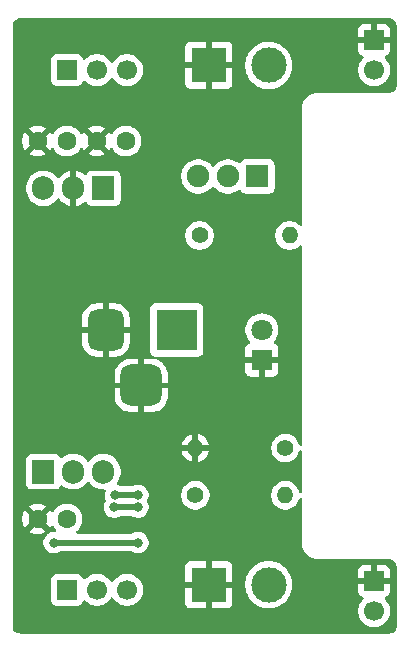
<source format=gbl>
%TF.GenerationSoftware,KiCad,Pcbnew,9.0.1*%
%TF.CreationDate,2025-05-19T12:27:26-03:00*%
%TF.ProjectId,Project_2_Breadboard_Power_Suppy,50726f6a-6563-4745-9f32-5f4272656164,rev?*%
%TF.SameCoordinates,Original*%
%TF.FileFunction,Copper,L2,Bot*%
%TF.FilePolarity,Positive*%
%FSLAX46Y46*%
G04 Gerber Fmt 4.6, Leading zero omitted, Abs format (unit mm)*
G04 Created by KiCad (PCBNEW 9.0.1) date 2025-05-19 12:27:26*
%MOMM*%
%LPD*%
G01*
G04 APERTURE LIST*
G04 Aperture macros list*
%AMRoundRect*
0 Rectangle with rounded corners*
0 $1 Rounding radius*
0 $2 $3 $4 $5 $6 $7 $8 $9 X,Y pos of 4 corners*
0 Add a 4 corners polygon primitive as box body*
4,1,4,$2,$3,$4,$5,$6,$7,$8,$9,$2,$3,0*
0 Add four circle primitives for the rounded corners*
1,1,$1+$1,$2,$3*
1,1,$1+$1,$4,$5*
1,1,$1+$1,$6,$7*
1,1,$1+$1,$8,$9*
0 Add four rect primitives between the rounded corners*
20,1,$1+$1,$2,$3,$4,$5,0*
20,1,$1+$1,$4,$5,$6,$7,0*
20,1,$1+$1,$6,$7,$8,$9,0*
20,1,$1+$1,$8,$9,$2,$3,0*%
G04 Aperture macros list end*
%TA.AperFunction,ComponentPad*%
%ADD10RoundRect,0.875000X-0.875000X-0.875000X0.875000X-0.875000X0.875000X0.875000X-0.875000X0.875000X0*%
%TD*%
%TA.AperFunction,ComponentPad*%
%ADD11RoundRect,0.750000X-0.750000X-1.000000X0.750000X-1.000000X0.750000X1.000000X-0.750000X1.000000X0*%
%TD*%
%TA.AperFunction,ComponentPad*%
%ADD12R,3.500000X3.500000*%
%TD*%
%TA.AperFunction,ComponentPad*%
%ADD13R,1.700000X1.700000*%
%TD*%
%TA.AperFunction,ComponentPad*%
%ADD14C,1.700000*%
%TD*%
%TA.AperFunction,ComponentPad*%
%ADD15C,1.400000*%
%TD*%
%TA.AperFunction,ComponentPad*%
%ADD16O,1.400000X1.400000*%
%TD*%
%TA.AperFunction,ComponentPad*%
%ADD17R,3.000000X3.000000*%
%TD*%
%TA.AperFunction,ComponentPad*%
%ADD18C,3.000000*%
%TD*%
%TA.AperFunction,ComponentPad*%
%ADD19R,1.800000X1.800000*%
%TD*%
%TA.AperFunction,ComponentPad*%
%ADD20C,1.800000*%
%TD*%
%TA.AperFunction,ComponentPad*%
%ADD21C,1.600000*%
%TD*%
%TA.AperFunction,ComponentPad*%
%ADD22R,1.905000X2.000000*%
%TD*%
%TA.AperFunction,ComponentPad*%
%ADD23O,1.905000X2.000000*%
%TD*%
%TA.AperFunction,ComponentPad*%
%ADD24R,1.900000X1.900000*%
%TD*%
%TA.AperFunction,ComponentPad*%
%ADD25C,1.900000*%
%TD*%
%TA.AperFunction,ViaPad*%
%ADD26C,0.800000*%
%TD*%
%TA.AperFunction,Conductor*%
%ADD27C,0.500000*%
%TD*%
G04 APERTURE END LIST*
D10*
%TO.P,J1,3*%
%TO.N,GND*%
X130290000Y-76700000D03*
D11*
%TO.P,J1,2*%
X127290000Y-72000000D03*
D12*
%TO.P,J1,1*%
%TO.N,/PWR_IN*%
X133290000Y-72000000D03*
%TD*%
D13*
%TO.P,J6,1,Pin_1*%
%TO.N,GND*%
X150000000Y-47460000D03*
D14*
%TO.P,J6,2,Pin_2*%
%TO.N,/OUT_2*%
X150000000Y-50000000D03*
%TD*%
D15*
%TO.P,R1,1*%
%TO.N,+12V*%
X135220000Y-64000000D03*
D16*
%TO.P,R1,2*%
%TO.N,/LED_A*%
X142840000Y-64000000D03*
%TD*%
D17*
%TO.P,J2,1,Pin_1*%
%TO.N,GND*%
X136000000Y-93570000D03*
D18*
%TO.P,J2,2,Pin_2*%
%TO.N,/OUT_1*%
X141080000Y-93570000D03*
%TD*%
D13*
%TO.P,J4,1,Pin_1*%
%TO.N,+3.3V*%
X124000000Y-94000000D03*
D14*
%TO.P,J4,2,Pin_2*%
%TO.N,/OUT_1*%
X126540000Y-94000000D03*
%TO.P,J4,3,Pin_3*%
%TO.N,+5V*%
X129080000Y-94000000D03*
%TD*%
D19*
%TO.P,D1,1,K*%
%TO.N,GND*%
X140500000Y-74540000D03*
D20*
%TO.P,D1,2,A*%
%TO.N,/LED_A*%
X140500000Y-72000000D03*
%TD*%
D21*
%TO.P,C1,1*%
%TO.N,+12V*%
X129000000Y-56000000D03*
%TO.P,C1,2*%
%TO.N,GND*%
X126500000Y-56000000D03*
%TD*%
D13*
%TO.P,J3,1,Pin_1*%
%TO.N,GND*%
X150000000Y-93250000D03*
D14*
%TO.P,J3,2,Pin_2*%
%TO.N,/OUT_1*%
X150000000Y-95790000D03*
%TD*%
D15*
%TO.P,R3,1*%
%TO.N,/ADJ*%
X142485000Y-82000000D03*
D16*
%TO.P,R3,2*%
%TO.N,GND*%
X134865000Y-82000000D03*
%TD*%
D13*
%TO.P,J7,1,Pin_1*%
%TO.N,+3.3V*%
X124000000Y-50000000D03*
D14*
%TO.P,J7,2,Pin_2*%
%TO.N,/OUT_2*%
X126540000Y-50000000D03*
%TO.P,J7,3,Pin_3*%
%TO.N,+5V*%
X129080000Y-50000000D03*
%TD*%
D21*
%TO.P,C3,1*%
%TO.N,+5V*%
X124000000Y-56000000D03*
%TO.P,C3,2*%
%TO.N,GND*%
X121500000Y-56000000D03*
%TD*%
%TO.P,C2,1*%
%TO.N,+3.3V*%
X124000000Y-88000000D03*
%TO.P,C2,2*%
%TO.N,GND*%
X121500000Y-88000000D03*
%TD*%
D22*
%TO.P,U2,1,VI*%
%TO.N,+12V*%
X127080000Y-60000000D03*
D23*
%TO.P,U2,2,GND*%
%TO.N,GND*%
X124540000Y-60000000D03*
%TO.P,U2,3,VO*%
%TO.N,+5V*%
X122000000Y-60000000D03*
%TD*%
D24*
%TO.P,S1,1*%
%TO.N,+12V*%
X140120000Y-59000000D03*
D25*
%TO.P,S1,2*%
%TO.N,/PWR_IN*%
X137620000Y-59000000D03*
%TO.P,S1,3*%
%TO.N,unconnected-(S1-Pad3)*%
X135120000Y-59000000D03*
%TD*%
D15*
%TO.P,R2,1*%
%TO.N,+3.3V*%
X134865000Y-86000000D03*
D16*
%TO.P,R2,2*%
%TO.N,/ADJ*%
X142485000Y-86000000D03*
%TD*%
D22*
%TO.P,U1,1,ADJ*%
%TO.N,/ADJ*%
X122000000Y-84000000D03*
D23*
%TO.P,U1,2,VO*%
%TO.N,+3.3V*%
X124540000Y-84000000D03*
%TO.P,U1,3,VI*%
%TO.N,+12V*%
X127080000Y-84000000D03*
%TD*%
D17*
%TO.P,J5,1,Pin_1*%
%TO.N,GND*%
X136000000Y-49600000D03*
D18*
%TO.P,J5,2,Pin_2*%
%TO.N,/OUT_2*%
X141080000Y-49600000D03*
%TD*%
D26*
%TO.N,+12V*%
X128100000Y-86000000D03*
X130000000Y-86000000D03*
%TO.N,+3.3V*%
X128000000Y-87000000D03*
X130000000Y-87000000D03*
%TO.N,/ADJ*%
X130000000Y-90000000D03*
X122900000Y-90000000D03*
%TD*%
D27*
%TO.N,+12V*%
X128100000Y-86000000D02*
X128000000Y-86000000D01*
X130000000Y-86000000D02*
X128100000Y-86000000D01*
%TO.N,+3.3V*%
X130000000Y-87000000D02*
X128000000Y-87000000D01*
%TO.N,/ADJ*%
X123000000Y-90000000D02*
X130000000Y-90000000D01*
%TD*%
%TA.AperFunction,Conductor*%
%TO.N,GND*%
G36*
X151306922Y-45601279D02*
G01*
X151419518Y-45613966D01*
X151446583Y-45620143D01*
X151546927Y-45655255D01*
X151571941Y-45667301D01*
X151661955Y-45723860D01*
X151683662Y-45741172D01*
X151758827Y-45816337D01*
X151776140Y-45838046D01*
X151832697Y-45928056D01*
X151844745Y-45953074D01*
X151879855Y-46053414D01*
X151886033Y-46080484D01*
X151898720Y-46193077D01*
X151899500Y-46206961D01*
X151899500Y-51293038D01*
X151898720Y-51306922D01*
X151886033Y-51419515D01*
X151879855Y-51446585D01*
X151844745Y-51546925D01*
X151832697Y-51571943D01*
X151776140Y-51661953D01*
X151758827Y-51683662D01*
X151683662Y-51758827D01*
X151661953Y-51776140D01*
X151571943Y-51832697D01*
X151546925Y-51844745D01*
X151446585Y-51879855D01*
X151419516Y-51886033D01*
X151334855Y-51895572D01*
X151306921Y-51898720D01*
X151293039Y-51899500D01*
X145357583Y-51899500D01*
X145300000Y-51899500D01*
X145189778Y-51899500D01*
X145117201Y-51910995D01*
X144972047Y-51933985D01*
X144762396Y-52002103D01*
X144762393Y-52002104D01*
X144565974Y-52102187D01*
X144387641Y-52231752D01*
X144387636Y-52231756D01*
X144231756Y-52387636D01*
X144231752Y-52387641D01*
X144102187Y-52565974D01*
X144002104Y-52762393D01*
X144002103Y-52762396D01*
X143933985Y-52972047D01*
X143899500Y-53189778D01*
X143899500Y-63062375D01*
X143879815Y-63129414D01*
X143827011Y-63175169D01*
X143757853Y-63185113D01*
X143694297Y-63156088D01*
X143687819Y-63150056D01*
X143622075Y-63084312D01*
X143622073Y-63084310D01*
X143469199Y-62973240D01*
X143300836Y-62887454D01*
X143121118Y-62829059D01*
X142934486Y-62799500D01*
X142934481Y-62799500D01*
X142745519Y-62799500D01*
X142745514Y-62799500D01*
X142558881Y-62829059D01*
X142379163Y-62887454D01*
X142210800Y-62973240D01*
X142123579Y-63036610D01*
X142057927Y-63084310D01*
X142057925Y-63084312D01*
X142057924Y-63084312D01*
X141924312Y-63217924D01*
X141924312Y-63217925D01*
X141924310Y-63217927D01*
X141876610Y-63283579D01*
X141813240Y-63370800D01*
X141727454Y-63539163D01*
X141669059Y-63718881D01*
X141639500Y-63905513D01*
X141639500Y-64094486D01*
X141669059Y-64281118D01*
X141727454Y-64460836D01*
X141813240Y-64629199D01*
X141924310Y-64782073D01*
X142057927Y-64915690D01*
X142210801Y-65026760D01*
X142290347Y-65067290D01*
X142379163Y-65112545D01*
X142379165Y-65112545D01*
X142379168Y-65112547D01*
X142475497Y-65143846D01*
X142558881Y-65170940D01*
X142745514Y-65200500D01*
X142745519Y-65200500D01*
X142934486Y-65200500D01*
X143121118Y-65170940D01*
X143300832Y-65112547D01*
X143469199Y-65026760D01*
X143622073Y-64915690D01*
X143687819Y-64849944D01*
X143749142Y-64816459D01*
X143818834Y-64821443D01*
X143874767Y-64863315D01*
X143899184Y-64928779D01*
X143899500Y-64937625D01*
X143899500Y-81685709D01*
X143879815Y-81752748D01*
X143827011Y-81798503D01*
X143757853Y-81808447D01*
X143694297Y-81779422D01*
X143658209Y-81723267D01*
X143657446Y-81723516D01*
X143597545Y-81539163D01*
X143511759Y-81370800D01*
X143400690Y-81217927D01*
X143267073Y-81084310D01*
X143114199Y-80973240D01*
X142945836Y-80887454D01*
X142766118Y-80829059D01*
X142579486Y-80799500D01*
X142579481Y-80799500D01*
X142390519Y-80799500D01*
X142390514Y-80799500D01*
X142203881Y-80829059D01*
X142024163Y-80887454D01*
X141855800Y-80973240D01*
X141768579Y-81036610D01*
X141702927Y-81084310D01*
X141702925Y-81084312D01*
X141702924Y-81084312D01*
X141569312Y-81217924D01*
X141569312Y-81217925D01*
X141569310Y-81217927D01*
X141569070Y-81218258D01*
X141458240Y-81370800D01*
X141372454Y-81539163D01*
X141314059Y-81718881D01*
X141284500Y-81905513D01*
X141284500Y-82094486D01*
X141314059Y-82281118D01*
X141372454Y-82460836D01*
X141421046Y-82556202D01*
X141458240Y-82629199D01*
X141569310Y-82782073D01*
X141702927Y-82915690D01*
X141855801Y-83026760D01*
X141935347Y-83067290D01*
X142024163Y-83112545D01*
X142024165Y-83112545D01*
X142024168Y-83112547D01*
X142105834Y-83139082D01*
X142203881Y-83170940D01*
X142390514Y-83200500D01*
X142390519Y-83200500D01*
X142579486Y-83200500D01*
X142766118Y-83170940D01*
X142767623Y-83170451D01*
X142945832Y-83112547D01*
X143114199Y-83026760D01*
X143267073Y-82915690D01*
X143400690Y-82782073D01*
X143511760Y-82629199D01*
X143597547Y-82460832D01*
X143655940Y-82281118D01*
X143657446Y-82276484D01*
X143659616Y-82277189D01*
X143689690Y-82224776D01*
X143751707Y-82192594D01*
X143821278Y-82199049D01*
X143876315Y-82242093D01*
X143899343Y-82308058D01*
X143899500Y-82314290D01*
X143899500Y-85685709D01*
X143879815Y-85752748D01*
X143827011Y-85798503D01*
X143757853Y-85808447D01*
X143694297Y-85779422D01*
X143658209Y-85723267D01*
X143657446Y-85723516D01*
X143608687Y-85573453D01*
X143597547Y-85539168D01*
X143597545Y-85539165D01*
X143597545Y-85539163D01*
X143511759Y-85370800D01*
X143502130Y-85357547D01*
X143400690Y-85217927D01*
X143267073Y-85084310D01*
X143114199Y-84973240D01*
X142945836Y-84887454D01*
X142766118Y-84829059D01*
X142579486Y-84799500D01*
X142579481Y-84799500D01*
X142390519Y-84799500D01*
X142390514Y-84799500D01*
X142203881Y-84829059D01*
X142024163Y-84887454D01*
X141855800Y-84973240D01*
X141797840Y-85015351D01*
X141702927Y-85084310D01*
X141702925Y-85084312D01*
X141702924Y-85084312D01*
X141569312Y-85217924D01*
X141569312Y-85217925D01*
X141569310Y-85217927D01*
X141546371Y-85249500D01*
X141458240Y-85370800D01*
X141372454Y-85539163D01*
X141314059Y-85718881D01*
X141284500Y-85905513D01*
X141284500Y-86094486D01*
X141314059Y-86281118D01*
X141372454Y-86460836D01*
X141429836Y-86573453D01*
X141458240Y-86629199D01*
X141569310Y-86782073D01*
X141702927Y-86915690D01*
X141855801Y-87026760D01*
X141935347Y-87067290D01*
X142024163Y-87112545D01*
X142024165Y-87112545D01*
X142024168Y-87112547D01*
X142120497Y-87143846D01*
X142203881Y-87170940D01*
X142390514Y-87200500D01*
X142390519Y-87200500D01*
X142579486Y-87200500D01*
X142766118Y-87170940D01*
X142945832Y-87112547D01*
X143114199Y-87026760D01*
X143267073Y-86915690D01*
X143400690Y-86782073D01*
X143511760Y-86629199D01*
X143597547Y-86460832D01*
X143655940Y-86281118D01*
X143657446Y-86276484D01*
X143659616Y-86277189D01*
X143689690Y-86224776D01*
X143751707Y-86192594D01*
X143821278Y-86199049D01*
X143876315Y-86242093D01*
X143899343Y-86308058D01*
X143899500Y-86314290D01*
X143899500Y-90110221D01*
X143933985Y-90327952D01*
X144002103Y-90537603D01*
X144002104Y-90537606D01*
X144051213Y-90633985D01*
X144085922Y-90702105D01*
X144102187Y-90734025D01*
X144231752Y-90912358D01*
X144231756Y-90912363D01*
X144387636Y-91068243D01*
X144387641Y-91068247D01*
X144414327Y-91087635D01*
X144565978Y-91197815D01*
X144694375Y-91263237D01*
X144762393Y-91297895D01*
X144762396Y-91297896D01*
X144867221Y-91331955D01*
X144972049Y-91366015D01*
X145189778Y-91400500D01*
X145247273Y-91400500D01*
X151242417Y-91400500D01*
X151293039Y-91400500D01*
X151306922Y-91401279D01*
X151419518Y-91413966D01*
X151446583Y-91420143D01*
X151546927Y-91455255D01*
X151571941Y-91467301D01*
X151661955Y-91523860D01*
X151683662Y-91541172D01*
X151758827Y-91616337D01*
X151776140Y-91638046D01*
X151832697Y-91728056D01*
X151844745Y-91753074D01*
X151879855Y-91853414D01*
X151886033Y-91880484D01*
X151898720Y-91993077D01*
X151899500Y-92006961D01*
X151899500Y-92057583D01*
X151899524Y-97093039D01*
X151898744Y-97106921D01*
X151898744Y-97106923D01*
X151886058Y-97219522D01*
X151879879Y-97246594D01*
X151844767Y-97346937D01*
X151832720Y-97371954D01*
X151776161Y-97461968D01*
X151758848Y-97483677D01*
X151683677Y-97558848D01*
X151661967Y-97576161D01*
X151571991Y-97632697D01*
X151571954Y-97632720D01*
X151546937Y-97644767D01*
X151446594Y-97679879D01*
X151419523Y-97686058D01*
X151339696Y-97695052D01*
X151306921Y-97698745D01*
X151293040Y-97699525D01*
X120066588Y-97699525D01*
X120057655Y-97699521D01*
X120057583Y-97699500D01*
X120006909Y-97699500D01*
X120006896Y-97699496D01*
X119993077Y-97698720D01*
X119880484Y-97686033D01*
X119853414Y-97679855D01*
X119753074Y-97644745D01*
X119728056Y-97632697D01*
X119638046Y-97576140D01*
X119616337Y-97558827D01*
X119541172Y-97483662D01*
X119523859Y-97461953D01*
X119467302Y-97371943D01*
X119455254Y-97346925D01*
X119420144Y-97246585D01*
X119413966Y-97219514D01*
X119412919Y-97210224D01*
X119405063Y-97140500D01*
X119401280Y-97106921D01*
X119400500Y-97093038D01*
X119400500Y-95683713D01*
X148649500Y-95683713D01*
X148649500Y-95896286D01*
X148682753Y-96106239D01*
X148748444Y-96308414D01*
X148844951Y-96497820D01*
X148969890Y-96669786D01*
X149120213Y-96820109D01*
X149292179Y-96945048D01*
X149292181Y-96945049D01*
X149292184Y-96945051D01*
X149481588Y-97041557D01*
X149683757Y-97107246D01*
X149893713Y-97140500D01*
X149893714Y-97140500D01*
X150106286Y-97140500D01*
X150106287Y-97140500D01*
X150316243Y-97107246D01*
X150518412Y-97041557D01*
X150707816Y-96945051D01*
X150729789Y-96929086D01*
X150879786Y-96820109D01*
X150879788Y-96820106D01*
X150879792Y-96820104D01*
X151030104Y-96669792D01*
X151030106Y-96669788D01*
X151030109Y-96669786D01*
X151155048Y-96497820D01*
X151155047Y-96497820D01*
X151155051Y-96497816D01*
X151251557Y-96308412D01*
X151317246Y-96106243D01*
X151350500Y-95896287D01*
X151350500Y-95683713D01*
X151317246Y-95473757D01*
X151251557Y-95271588D01*
X151155051Y-95082184D01*
X151155049Y-95082181D01*
X151155048Y-95082179D01*
X151030109Y-94910213D01*
X150916181Y-94796285D01*
X150882696Y-94734962D01*
X150887680Y-94665270D01*
X150929552Y-94609337D01*
X150960529Y-94592422D01*
X151092086Y-94543354D01*
X151092093Y-94543350D01*
X151207187Y-94457190D01*
X151207190Y-94457187D01*
X151293350Y-94342093D01*
X151293354Y-94342086D01*
X151343596Y-94207379D01*
X151343598Y-94207372D01*
X151349999Y-94147844D01*
X151350000Y-94147827D01*
X151350000Y-93500000D01*
X150433012Y-93500000D01*
X150465925Y-93442993D01*
X150500000Y-93315826D01*
X150500000Y-93184174D01*
X150465925Y-93057007D01*
X150433012Y-93000000D01*
X151350000Y-93000000D01*
X151350000Y-92352172D01*
X151349999Y-92352155D01*
X151343598Y-92292627D01*
X151343596Y-92292620D01*
X151293354Y-92157913D01*
X151293350Y-92157906D01*
X151207190Y-92042812D01*
X151207187Y-92042809D01*
X151092093Y-91956649D01*
X151092086Y-91956645D01*
X150957379Y-91906403D01*
X150957372Y-91906401D01*
X150897844Y-91900000D01*
X150250000Y-91900000D01*
X150250000Y-92816988D01*
X150192993Y-92784075D01*
X150065826Y-92750000D01*
X149934174Y-92750000D01*
X149807007Y-92784075D01*
X149750000Y-92816988D01*
X149750000Y-91900000D01*
X149102155Y-91900000D01*
X149042627Y-91906401D01*
X149042620Y-91906403D01*
X148907913Y-91956645D01*
X148907906Y-91956649D01*
X148792812Y-92042809D01*
X148792809Y-92042812D01*
X148706649Y-92157906D01*
X148706645Y-92157913D01*
X148656403Y-92292620D01*
X148656401Y-92292627D01*
X148650000Y-92352155D01*
X148650000Y-93000000D01*
X149566988Y-93000000D01*
X149534075Y-93057007D01*
X149500000Y-93184174D01*
X149500000Y-93315826D01*
X149534075Y-93442993D01*
X149566988Y-93500000D01*
X148650000Y-93500000D01*
X148650000Y-94147844D01*
X148656401Y-94207372D01*
X148656403Y-94207379D01*
X148706645Y-94342086D01*
X148706649Y-94342093D01*
X148792809Y-94457187D01*
X148792812Y-94457190D01*
X148907906Y-94543350D01*
X148907913Y-94543354D01*
X149039470Y-94592422D01*
X149095404Y-94634293D01*
X149119821Y-94699758D01*
X149104969Y-94768031D01*
X149083819Y-94796285D01*
X148969889Y-94910215D01*
X148844951Y-95082179D01*
X148748444Y-95271585D01*
X148682753Y-95473760D01*
X148649500Y-95683713D01*
X119400500Y-95683713D01*
X119400500Y-93102135D01*
X122649500Y-93102135D01*
X122649500Y-94897870D01*
X122649501Y-94897876D01*
X122655908Y-94957483D01*
X122706202Y-95092328D01*
X122706206Y-95092335D01*
X122792452Y-95207544D01*
X122792455Y-95207547D01*
X122907664Y-95293793D01*
X122907671Y-95293797D01*
X123042517Y-95344091D01*
X123042516Y-95344091D01*
X123049444Y-95344835D01*
X123102127Y-95350500D01*
X124897872Y-95350499D01*
X124957483Y-95344091D01*
X125092331Y-95293796D01*
X125207546Y-95207546D01*
X125293796Y-95092331D01*
X125342810Y-94960916D01*
X125384681Y-94904984D01*
X125450145Y-94880566D01*
X125518418Y-94895417D01*
X125546673Y-94916569D01*
X125660213Y-95030109D01*
X125832179Y-95155048D01*
X125832181Y-95155049D01*
X125832184Y-95155051D01*
X126021588Y-95251557D01*
X126223757Y-95317246D01*
X126433713Y-95350500D01*
X126433714Y-95350500D01*
X126646286Y-95350500D01*
X126646287Y-95350500D01*
X126856243Y-95317246D01*
X127058412Y-95251557D01*
X127247816Y-95155051D01*
X127269789Y-95139086D01*
X127419786Y-95030109D01*
X127419788Y-95030106D01*
X127419792Y-95030104D01*
X127570104Y-94879792D01*
X127570106Y-94879788D01*
X127570109Y-94879786D01*
X127695048Y-94707820D01*
X127695047Y-94707820D01*
X127695051Y-94707816D01*
X127699514Y-94699054D01*
X127747488Y-94648259D01*
X127815308Y-94631463D01*
X127881444Y-94653999D01*
X127920484Y-94699054D01*
X127924591Y-94707115D01*
X127924951Y-94707820D01*
X128049890Y-94879786D01*
X128200213Y-95030109D01*
X128372179Y-95155048D01*
X128372181Y-95155049D01*
X128372184Y-95155051D01*
X128561588Y-95251557D01*
X128763757Y-95317246D01*
X128973713Y-95350500D01*
X128973714Y-95350500D01*
X129186286Y-95350500D01*
X129186287Y-95350500D01*
X129396243Y-95317246D01*
X129598412Y-95251557D01*
X129787816Y-95155051D01*
X129809789Y-95139086D01*
X129959786Y-95030109D01*
X129959788Y-95030106D01*
X129959792Y-95030104D01*
X130110104Y-94879792D01*
X130110106Y-94879788D01*
X130110109Y-94879786D01*
X130235048Y-94707820D01*
X130235047Y-94707820D01*
X130235051Y-94707816D01*
X130331557Y-94518412D01*
X130397246Y-94316243D01*
X130430500Y-94106287D01*
X130430500Y-93893713D01*
X130397246Y-93683757D01*
X130331557Y-93481588D01*
X130235051Y-93292184D01*
X130235049Y-93292181D01*
X130235048Y-93292179D01*
X130110109Y-93120213D01*
X129959786Y-92969890D01*
X129787820Y-92844951D01*
X129598414Y-92748444D01*
X129598413Y-92748443D01*
X129598412Y-92748443D01*
X129396243Y-92682754D01*
X129396241Y-92682753D01*
X129396240Y-92682753D01*
X129234957Y-92657208D01*
X129186287Y-92649500D01*
X128973713Y-92649500D01*
X128925042Y-92657208D01*
X128763760Y-92682753D01*
X128561585Y-92748444D01*
X128372179Y-92844951D01*
X128200213Y-92969890D01*
X128049890Y-93120213D01*
X127924949Y-93292182D01*
X127920484Y-93300946D01*
X127872509Y-93351742D01*
X127804688Y-93368536D01*
X127738553Y-93345998D01*
X127699516Y-93300946D01*
X127695050Y-93292182D01*
X127570109Y-93120213D01*
X127419786Y-92969890D01*
X127247820Y-92844951D01*
X127058414Y-92748444D01*
X127058413Y-92748443D01*
X127058412Y-92748443D01*
X126856243Y-92682754D01*
X126856241Y-92682753D01*
X126856240Y-92682753D01*
X126694957Y-92657208D01*
X126646287Y-92649500D01*
X126433713Y-92649500D01*
X126385042Y-92657208D01*
X126223760Y-92682753D01*
X126021585Y-92748444D01*
X125832179Y-92844951D01*
X125660215Y-92969889D01*
X125546673Y-93083431D01*
X125485350Y-93116915D01*
X125415658Y-93111931D01*
X125359725Y-93070059D01*
X125342810Y-93039082D01*
X125293797Y-92907671D01*
X125293793Y-92907664D01*
X125207547Y-92792455D01*
X125207544Y-92792452D01*
X125092335Y-92706206D01*
X125092328Y-92706202D01*
X124957482Y-92655908D01*
X124957483Y-92655908D01*
X124897883Y-92649501D01*
X124897881Y-92649500D01*
X124897873Y-92649500D01*
X124897864Y-92649500D01*
X123102129Y-92649500D01*
X123102123Y-92649501D01*
X123042516Y-92655908D01*
X122907671Y-92706202D01*
X122907664Y-92706206D01*
X122792455Y-92792452D01*
X122792452Y-92792455D01*
X122706206Y-92907664D01*
X122706202Y-92907671D01*
X122655908Y-93042517D01*
X122649501Y-93102116D01*
X122649500Y-93102135D01*
X119400500Y-93102135D01*
X119400500Y-92022155D01*
X134000000Y-92022155D01*
X134000000Y-93320000D01*
X135280936Y-93320000D01*
X135269207Y-93348316D01*
X135240000Y-93495147D01*
X135240000Y-93644853D01*
X135269207Y-93791684D01*
X135280936Y-93820000D01*
X134000000Y-93820000D01*
X134000000Y-95117844D01*
X134006401Y-95177372D01*
X134006403Y-95177379D01*
X134056645Y-95312086D01*
X134056649Y-95312093D01*
X134142809Y-95427187D01*
X134142812Y-95427190D01*
X134257906Y-95513350D01*
X134257913Y-95513354D01*
X134392620Y-95563596D01*
X134392627Y-95563598D01*
X134452155Y-95569999D01*
X134452172Y-95570000D01*
X135750000Y-95570000D01*
X135750000Y-94289064D01*
X135778316Y-94300793D01*
X135925147Y-94330000D01*
X136074853Y-94330000D01*
X136221684Y-94300793D01*
X136250000Y-94289064D01*
X136250000Y-95570000D01*
X137547828Y-95570000D01*
X137547844Y-95569999D01*
X137607372Y-95563598D01*
X137607379Y-95563596D01*
X137742086Y-95513354D01*
X137742093Y-95513350D01*
X137857187Y-95427190D01*
X137857190Y-95427187D01*
X137943350Y-95312093D01*
X137943354Y-95312086D01*
X137993596Y-95177379D01*
X137993598Y-95177372D01*
X137999999Y-95117844D01*
X138000000Y-95117827D01*
X138000000Y-93820000D01*
X136719064Y-93820000D01*
X136730793Y-93791684D01*
X136760000Y-93644853D01*
X136760000Y-93495147D01*
X136748806Y-93438872D01*
X139079500Y-93438872D01*
X139079500Y-93701127D01*
X139091423Y-93791684D01*
X139113730Y-93961116D01*
X139167109Y-94160330D01*
X139181602Y-94214418D01*
X139181605Y-94214428D01*
X139281953Y-94456690D01*
X139281958Y-94456700D01*
X139413075Y-94683803D01*
X139572718Y-94891851D01*
X139572726Y-94891860D01*
X139758140Y-95077274D01*
X139758148Y-95077281D01*
X139758149Y-95077282D01*
X139777757Y-95092328D01*
X139966196Y-95236924D01*
X140193299Y-95368041D01*
X140193309Y-95368046D01*
X140336096Y-95427190D01*
X140435581Y-95468398D01*
X140688884Y-95536270D01*
X140937188Y-95568960D01*
X140945074Y-95569999D01*
X140948880Y-95570500D01*
X140948887Y-95570500D01*
X141211113Y-95570500D01*
X141211120Y-95570500D01*
X141471116Y-95536270D01*
X141724419Y-95468398D01*
X141966697Y-95368043D01*
X142193803Y-95236924D01*
X142401851Y-95077282D01*
X142401855Y-95077277D01*
X142401860Y-95077274D01*
X142587274Y-94891860D01*
X142587277Y-94891855D01*
X142587282Y-94891851D01*
X142746924Y-94683803D01*
X142878043Y-94456697D01*
X142978398Y-94214419D01*
X143046270Y-93961116D01*
X143080500Y-93701120D01*
X143080500Y-93438880D01*
X143046270Y-93178884D01*
X142978398Y-92925581D01*
X142978394Y-92925571D01*
X142878046Y-92683309D01*
X142878041Y-92683299D01*
X142746927Y-92456201D01*
X142746923Y-92456196D01*
X142587282Y-92248149D01*
X142587281Y-92248148D01*
X142587274Y-92248140D01*
X142401860Y-92062726D01*
X142401851Y-92062718D01*
X142193803Y-91903075D01*
X141966700Y-91771958D01*
X141966690Y-91771953D01*
X141724428Y-91671605D01*
X141724421Y-91671603D01*
X141724419Y-91671602D01*
X141471116Y-91603730D01*
X141413339Y-91596123D01*
X141211127Y-91569500D01*
X141211120Y-91569500D01*
X140948880Y-91569500D01*
X140948872Y-91569500D01*
X140717772Y-91599926D01*
X140688884Y-91603730D01*
X140435581Y-91671602D01*
X140435571Y-91671605D01*
X140193309Y-91771953D01*
X140193299Y-91771958D01*
X139966196Y-91903075D01*
X139758148Y-92062718D01*
X139572718Y-92248148D01*
X139413075Y-92456196D01*
X139281958Y-92683299D01*
X139281953Y-92683309D01*
X139181605Y-92925571D01*
X139181602Y-92925581D01*
X139130335Y-93116915D01*
X139113730Y-93178885D01*
X139079500Y-93438872D01*
X136748806Y-93438872D01*
X136730793Y-93348316D01*
X136719064Y-93320000D01*
X138000000Y-93320000D01*
X138000000Y-92022172D01*
X137999999Y-92022155D01*
X137993598Y-91962627D01*
X137993596Y-91962620D01*
X137943354Y-91827913D01*
X137943350Y-91827906D01*
X137857190Y-91712812D01*
X137857187Y-91712809D01*
X137742093Y-91626649D01*
X137742086Y-91626645D01*
X137607379Y-91576403D01*
X137607372Y-91576401D01*
X137547844Y-91570000D01*
X136250000Y-91570000D01*
X136250000Y-92850935D01*
X136221684Y-92839207D01*
X136074853Y-92810000D01*
X135925147Y-92810000D01*
X135778316Y-92839207D01*
X135750000Y-92850935D01*
X135750000Y-91570000D01*
X134452155Y-91570000D01*
X134392627Y-91576401D01*
X134392620Y-91576403D01*
X134257913Y-91626645D01*
X134257906Y-91626649D01*
X134142812Y-91712809D01*
X134142809Y-91712812D01*
X134056649Y-91827906D01*
X134056645Y-91827913D01*
X134006403Y-91962620D01*
X134006401Y-91962627D01*
X134000000Y-92022155D01*
X119400500Y-92022155D01*
X119400500Y-87897682D01*
X120200000Y-87897682D01*
X120200000Y-88102317D01*
X120232009Y-88304417D01*
X120295244Y-88499031D01*
X120388141Y-88681350D01*
X120388147Y-88681359D01*
X120420523Y-88725921D01*
X120420524Y-88725922D01*
X121100000Y-88046446D01*
X121100000Y-88052661D01*
X121127259Y-88154394D01*
X121179920Y-88245606D01*
X121254394Y-88320080D01*
X121345606Y-88372741D01*
X121447339Y-88400000D01*
X121453553Y-88400000D01*
X120774076Y-89079474D01*
X120818650Y-89111859D01*
X121000968Y-89204755D01*
X121195582Y-89267990D01*
X121397683Y-89300000D01*
X121602317Y-89300000D01*
X121804417Y-89267990D01*
X121999031Y-89204755D01*
X122154120Y-89125732D01*
X122221967Y-89075520D01*
X121546447Y-88400000D01*
X121552661Y-88400000D01*
X121654394Y-88372741D01*
X121745606Y-88320080D01*
X121820080Y-88245606D01*
X121872741Y-88154394D01*
X121900000Y-88052661D01*
X121900000Y-88046448D01*
X122579474Y-88725922D01*
X122579474Y-88725921D01*
X122611859Y-88681349D01*
X122639233Y-88627624D01*
X122687207Y-88576827D01*
X122755028Y-88560031D01*
X122821163Y-88582567D01*
X122860203Y-88627621D01*
X122887713Y-88681611D01*
X123008028Y-88847213D01*
X123048634Y-88887819D01*
X123082119Y-88949142D01*
X123077135Y-89018834D01*
X123035263Y-89074767D01*
X122969799Y-89099184D01*
X122960953Y-89099500D01*
X122811306Y-89099500D01*
X122637341Y-89134103D01*
X122637332Y-89134106D01*
X122473459Y-89201983D01*
X122473441Y-89201993D01*
X122417055Y-89239669D01*
X122417024Y-89239691D01*
X122325965Y-89300536D01*
X122300777Y-89325723D01*
X122300770Y-89325729D01*
X122200535Y-89425965D01*
X122101990Y-89573446D01*
X122101983Y-89573459D01*
X122034106Y-89737332D01*
X122034103Y-89737341D01*
X121999500Y-89911304D01*
X121999500Y-90088695D01*
X122034103Y-90262658D01*
X122034106Y-90262667D01*
X122101983Y-90426540D01*
X122101990Y-90426553D01*
X122200535Y-90574034D01*
X122200538Y-90574038D01*
X122325961Y-90699461D01*
X122325965Y-90699464D01*
X122473446Y-90798009D01*
X122473459Y-90798016D01*
X122596363Y-90848923D01*
X122637334Y-90865894D01*
X122637336Y-90865894D01*
X122637341Y-90865896D01*
X122811304Y-90900499D01*
X122811307Y-90900500D01*
X122811309Y-90900500D01*
X122988693Y-90900500D01*
X122988694Y-90900499D01*
X123046682Y-90888964D01*
X123162658Y-90865896D01*
X123162661Y-90865894D01*
X123162666Y-90865894D01*
X123326547Y-90798013D01*
X123326550Y-90798010D01*
X123326552Y-90798010D01*
X123366378Y-90771399D01*
X123433055Y-90750520D01*
X123435270Y-90750500D01*
X129464730Y-90750500D01*
X129531769Y-90770185D01*
X129533622Y-90771399D01*
X129573447Y-90798010D01*
X129573450Y-90798011D01*
X129573453Y-90798013D01*
X129737334Y-90865894D01*
X129737336Y-90865894D01*
X129737341Y-90865896D01*
X129911304Y-90900499D01*
X129911307Y-90900500D01*
X129911309Y-90900500D01*
X130088693Y-90900500D01*
X130088694Y-90900499D01*
X130146682Y-90888964D01*
X130262658Y-90865896D01*
X130262661Y-90865894D01*
X130262666Y-90865894D01*
X130426547Y-90798013D01*
X130574035Y-90699464D01*
X130699464Y-90574035D01*
X130798013Y-90426547D01*
X130865894Y-90262666D01*
X130900500Y-90088691D01*
X130900500Y-89911309D01*
X130900500Y-89911306D01*
X130900499Y-89911304D01*
X130865896Y-89737341D01*
X130865893Y-89737332D01*
X130798016Y-89573459D01*
X130798009Y-89573446D01*
X130699464Y-89425965D01*
X130699461Y-89425961D01*
X130574038Y-89300538D01*
X130574034Y-89300535D01*
X130426553Y-89201990D01*
X130426540Y-89201983D01*
X130262667Y-89134106D01*
X130262658Y-89134103D01*
X130088694Y-89099500D01*
X130088691Y-89099500D01*
X129911309Y-89099500D01*
X129911306Y-89099500D01*
X129737341Y-89134103D01*
X129737332Y-89134106D01*
X129573452Y-89201987D01*
X129573447Y-89201989D01*
X129533622Y-89228601D01*
X129466945Y-89249480D01*
X129464730Y-89249500D01*
X124874387Y-89249500D01*
X124807348Y-89229815D01*
X124761593Y-89177011D01*
X124751649Y-89107853D01*
X124780674Y-89044297D01*
X124801502Y-89025182D01*
X124847213Y-88991971D01*
X124847215Y-88991968D01*
X124847219Y-88991966D01*
X124991966Y-88847219D01*
X124991968Y-88847215D01*
X124991971Y-88847213D01*
X125044732Y-88774590D01*
X125112287Y-88681610D01*
X125205220Y-88499219D01*
X125268477Y-88304534D01*
X125300500Y-88102352D01*
X125300500Y-87897648D01*
X125284719Y-87798010D01*
X125268477Y-87695465D01*
X125229021Y-87574034D01*
X125205220Y-87500781D01*
X125205218Y-87500778D01*
X125205218Y-87500776D01*
X125162750Y-87417429D01*
X125112287Y-87318390D01*
X125080092Y-87274077D01*
X124991971Y-87152786D01*
X124847213Y-87008028D01*
X124681613Y-86887715D01*
X124681612Y-86887714D01*
X124681610Y-86887713D01*
X124624653Y-86858691D01*
X124499223Y-86794781D01*
X124304534Y-86731522D01*
X124129995Y-86703878D01*
X124102352Y-86699500D01*
X123897648Y-86699500D01*
X123873329Y-86703351D01*
X123695465Y-86731522D01*
X123500776Y-86794781D01*
X123318386Y-86887715D01*
X123152786Y-87008028D01*
X123008028Y-87152786D01*
X122887714Y-87318386D01*
X122860203Y-87372379D01*
X122812227Y-87423174D01*
X122744406Y-87439968D01*
X122678272Y-87417429D01*
X122639234Y-87372376D01*
X122611861Y-87318652D01*
X122579474Y-87274077D01*
X122579474Y-87274076D01*
X121900000Y-87953551D01*
X121900000Y-87947339D01*
X121872741Y-87845606D01*
X121820080Y-87754394D01*
X121745606Y-87679920D01*
X121654394Y-87627259D01*
X121552661Y-87600000D01*
X121546446Y-87600000D01*
X122225922Y-86920524D01*
X122225921Y-86920523D01*
X122181359Y-86888147D01*
X122181350Y-86888141D01*
X121999031Y-86795244D01*
X121804417Y-86732009D01*
X121602317Y-86700000D01*
X121397683Y-86700000D01*
X121195582Y-86732009D01*
X121000968Y-86795244D01*
X120818644Y-86888143D01*
X120774077Y-86920523D01*
X120774077Y-86920524D01*
X121453554Y-87600000D01*
X121447339Y-87600000D01*
X121345606Y-87627259D01*
X121254394Y-87679920D01*
X121179920Y-87754394D01*
X121127259Y-87845606D01*
X121100000Y-87947339D01*
X121100000Y-87953553D01*
X120420524Y-87274077D01*
X120420523Y-87274077D01*
X120388143Y-87318644D01*
X120295244Y-87500968D01*
X120232009Y-87695582D01*
X120200000Y-87897682D01*
X119400500Y-87897682D01*
X119400500Y-82952135D01*
X120547000Y-82952135D01*
X120547000Y-85047870D01*
X120547001Y-85047876D01*
X120553408Y-85107483D01*
X120603702Y-85242328D01*
X120603706Y-85242335D01*
X120689952Y-85357544D01*
X120689955Y-85357547D01*
X120805164Y-85443793D01*
X120805171Y-85443797D01*
X120940017Y-85494091D01*
X120940016Y-85494091D01*
X120946944Y-85494835D01*
X120999627Y-85500500D01*
X123000372Y-85500499D01*
X123059983Y-85494091D01*
X123194831Y-85443796D01*
X123310046Y-85357546D01*
X123396296Y-85242331D01*
X123406690Y-85214460D01*
X123448560Y-85158527D01*
X123514023Y-85134108D01*
X123582297Y-85148958D01*
X123595746Y-85157465D01*
X123778462Y-85290217D01*
X123910599Y-85357544D01*
X123982244Y-85394049D01*
X124199751Y-85464721D01*
X124199752Y-85464721D01*
X124199755Y-85464722D01*
X124425646Y-85500500D01*
X124425647Y-85500500D01*
X124654353Y-85500500D01*
X124654354Y-85500500D01*
X124880245Y-85464722D01*
X124880248Y-85464721D01*
X124880249Y-85464721D01*
X125097755Y-85394049D01*
X125097755Y-85394048D01*
X125097758Y-85394048D01*
X125301538Y-85290217D01*
X125486566Y-85155786D01*
X125648286Y-84994066D01*
X125709683Y-84909559D01*
X125765012Y-84866896D01*
X125834625Y-84860917D01*
X125896420Y-84893523D01*
X125910314Y-84909556D01*
X125971714Y-84994066D01*
X126133434Y-85155786D01*
X126318462Y-85290217D01*
X126450599Y-85357544D01*
X126522244Y-85394049D01*
X126739751Y-85464721D01*
X126739752Y-85464721D01*
X126739755Y-85464722D01*
X126965646Y-85500500D01*
X126965647Y-85500500D01*
X127146627Y-85500500D01*
X127213666Y-85520185D01*
X127259421Y-85572989D01*
X127269365Y-85642147D01*
X127261188Y-85671952D01*
X127234106Y-85737332D01*
X127234103Y-85737341D01*
X127199500Y-85911304D01*
X127199500Y-86088695D01*
X127234103Y-86262658D01*
X127234105Y-86262662D01*
X127234106Y-86262666D01*
X127239830Y-86276484D01*
X127275919Y-86363613D01*
X127283387Y-86433082D01*
X127264460Y-86479954D01*
X127201989Y-86573448D01*
X127201983Y-86573459D01*
X127134106Y-86737332D01*
X127134103Y-86737341D01*
X127099500Y-86911304D01*
X127099500Y-87088695D01*
X127134103Y-87262658D01*
X127134106Y-87262667D01*
X127201983Y-87426540D01*
X127201990Y-87426553D01*
X127300535Y-87574034D01*
X127300538Y-87574038D01*
X127425961Y-87699461D01*
X127425965Y-87699464D01*
X127573446Y-87798009D01*
X127573459Y-87798016D01*
X127688354Y-87845606D01*
X127737334Y-87865894D01*
X127737336Y-87865894D01*
X127737341Y-87865896D01*
X127911304Y-87900499D01*
X127911307Y-87900500D01*
X127911309Y-87900500D01*
X128088693Y-87900500D01*
X128088694Y-87900499D01*
X128146682Y-87888964D01*
X128262658Y-87865896D01*
X128262661Y-87865894D01*
X128262666Y-87865894D01*
X128426547Y-87798013D01*
X128426550Y-87798010D01*
X128426552Y-87798010D01*
X128466378Y-87771399D01*
X128533055Y-87750520D01*
X128535270Y-87750500D01*
X129464730Y-87750500D01*
X129531769Y-87770185D01*
X129533622Y-87771399D01*
X129573447Y-87798010D01*
X129573450Y-87798011D01*
X129573453Y-87798013D01*
X129737334Y-87865894D01*
X129737336Y-87865894D01*
X129737341Y-87865896D01*
X129911304Y-87900499D01*
X129911307Y-87900500D01*
X129911309Y-87900500D01*
X130088693Y-87900500D01*
X130088694Y-87900499D01*
X130146682Y-87888964D01*
X130262658Y-87865896D01*
X130262661Y-87865894D01*
X130262666Y-87865894D01*
X130426547Y-87798013D01*
X130574035Y-87699464D01*
X130699464Y-87574035D01*
X130798013Y-87426547D01*
X130865894Y-87262666D01*
X130900500Y-87088691D01*
X130900500Y-86911309D01*
X130900500Y-86911306D01*
X130900499Y-86911304D01*
X130865896Y-86737341D01*
X130865893Y-86737332D01*
X130863486Y-86731522D01*
X130843267Y-86682707D01*
X130798015Y-86573457D01*
X130798014Y-86573455D01*
X130798013Y-86573453D01*
X130794965Y-86568892D01*
X130774086Y-86502217D01*
X130792569Y-86434837D01*
X130794948Y-86431132D01*
X130798013Y-86426547D01*
X130865894Y-86262666D01*
X130869987Y-86242093D01*
X130900499Y-86088695D01*
X130900500Y-86088693D01*
X130900500Y-85911306D01*
X130900499Y-85911304D01*
X130899347Y-85905513D01*
X133664500Y-85905513D01*
X133664500Y-86094486D01*
X133694059Y-86281118D01*
X133752454Y-86460836D01*
X133809836Y-86573453D01*
X133838240Y-86629199D01*
X133949310Y-86782073D01*
X134082927Y-86915690D01*
X134235801Y-87026760D01*
X134315347Y-87067290D01*
X134404163Y-87112545D01*
X134404165Y-87112545D01*
X134404168Y-87112547D01*
X134500497Y-87143846D01*
X134583881Y-87170940D01*
X134770514Y-87200500D01*
X134770519Y-87200500D01*
X134959486Y-87200500D01*
X135146118Y-87170940D01*
X135325832Y-87112547D01*
X135494199Y-87026760D01*
X135647073Y-86915690D01*
X135780690Y-86782073D01*
X135891760Y-86629199D01*
X135977547Y-86460832D01*
X136035940Y-86281118D01*
X136038862Y-86262667D01*
X136065500Y-86094486D01*
X136065500Y-85905513D01*
X136035940Y-85718881D01*
X135988687Y-85573453D01*
X135977547Y-85539168D01*
X135977545Y-85539165D01*
X135977545Y-85539163D01*
X135891759Y-85370800D01*
X135882130Y-85357547D01*
X135780690Y-85217927D01*
X135647073Y-85084310D01*
X135494199Y-84973240D01*
X135325836Y-84887454D01*
X135146118Y-84829059D01*
X134959486Y-84799500D01*
X134959481Y-84799500D01*
X134770519Y-84799500D01*
X134770514Y-84799500D01*
X134583881Y-84829059D01*
X134404163Y-84887454D01*
X134235800Y-84973240D01*
X134177840Y-85015351D01*
X134082927Y-85084310D01*
X134082925Y-85084312D01*
X134082924Y-85084312D01*
X133949312Y-85217924D01*
X133949312Y-85217925D01*
X133949310Y-85217927D01*
X133926371Y-85249500D01*
X133838240Y-85370800D01*
X133752454Y-85539163D01*
X133694059Y-85718881D01*
X133664500Y-85905513D01*
X130899347Y-85905513D01*
X130865896Y-85737341D01*
X130865893Y-85737332D01*
X130798016Y-85573459D01*
X130798009Y-85573446D01*
X130699464Y-85425965D01*
X130699461Y-85425961D01*
X130574038Y-85300538D01*
X130574034Y-85300535D01*
X130426553Y-85201990D01*
X130426540Y-85201983D01*
X130262667Y-85134106D01*
X130262658Y-85134103D01*
X130088694Y-85099500D01*
X130088691Y-85099500D01*
X129911309Y-85099500D01*
X129911306Y-85099500D01*
X129737341Y-85134103D01*
X129737332Y-85134106D01*
X129573452Y-85201987D01*
X129573447Y-85201989D01*
X129533622Y-85228601D01*
X129466945Y-85249480D01*
X129464730Y-85249500D01*
X128635270Y-85249500D01*
X128568231Y-85229815D01*
X128566378Y-85228601D01*
X128526552Y-85201989D01*
X128526547Y-85201987D01*
X128362667Y-85134106D01*
X128362659Y-85134104D01*
X128311391Y-85123906D01*
X128249480Y-85091521D01*
X128214906Y-85030805D01*
X128218647Y-84961035D01*
X128235264Y-84929405D01*
X128322717Y-84809038D01*
X128426548Y-84605258D01*
X128497222Y-84387745D01*
X128533000Y-84161854D01*
X128533000Y-83838146D01*
X128497222Y-83612255D01*
X128497221Y-83612251D01*
X128497221Y-83612250D01*
X128426549Y-83394744D01*
X128426548Y-83394742D01*
X128322717Y-83190962D01*
X128188286Y-83005934D01*
X128026566Y-82844214D01*
X127841538Y-82709783D01*
X127637755Y-82605950D01*
X127420248Y-82535278D01*
X127234812Y-82505908D01*
X127194354Y-82499500D01*
X126965646Y-82499500D01*
X126925188Y-82505908D01*
X126739753Y-82535278D01*
X126739750Y-82535278D01*
X126522244Y-82605950D01*
X126318461Y-82709783D01*
X126219414Y-82781746D01*
X126133434Y-82844214D01*
X126133432Y-82844216D01*
X126133431Y-82844216D01*
X125971715Y-83005932D01*
X125910318Y-83090438D01*
X125854987Y-83133103D01*
X125785374Y-83139082D01*
X125723579Y-83106476D01*
X125709682Y-83090438D01*
X125663416Y-83026759D01*
X125648286Y-83005934D01*
X125486566Y-82844214D01*
X125301538Y-82709783D01*
X125097755Y-82605950D01*
X124880248Y-82535278D01*
X124694812Y-82505908D01*
X124654354Y-82499500D01*
X124425646Y-82499500D01*
X124385188Y-82505908D01*
X124199753Y-82535278D01*
X124199750Y-82535278D01*
X123982244Y-82605950D01*
X123778461Y-82709783D01*
X123595759Y-82842525D01*
X123529952Y-82866005D01*
X123461898Y-82850180D01*
X123413203Y-82800074D01*
X123406690Y-82785538D01*
X123405398Y-82782075D01*
X123396296Y-82757669D01*
X123396293Y-82757664D01*
X123310047Y-82642455D01*
X123310044Y-82642452D01*
X123194835Y-82556206D01*
X123194828Y-82556202D01*
X123059982Y-82505908D01*
X123059983Y-82505908D01*
X123000383Y-82499501D01*
X123000381Y-82499500D01*
X123000373Y-82499500D01*
X123000364Y-82499500D01*
X120999629Y-82499500D01*
X120999623Y-82499501D01*
X120940016Y-82505908D01*
X120805171Y-82556202D01*
X120805164Y-82556206D01*
X120689955Y-82642452D01*
X120689952Y-82642455D01*
X120603706Y-82757664D01*
X120603702Y-82757671D01*
X120553408Y-82892517D01*
X120547001Y-82952116D01*
X120547000Y-82952135D01*
X119400500Y-82952135D01*
X119400500Y-82250000D01*
X133689638Y-82250000D01*
X133694548Y-82281002D01*
X133752914Y-82460637D01*
X133838670Y-82628940D01*
X133949685Y-82781741D01*
X133949689Y-82781746D01*
X134083253Y-82915310D01*
X134083258Y-82915314D01*
X134236059Y-83026329D01*
X134404362Y-83112085D01*
X134583997Y-83170451D01*
X134615000Y-83175362D01*
X134615000Y-83175361D01*
X135115000Y-83175361D01*
X135146002Y-83170451D01*
X135325637Y-83112085D01*
X135493940Y-83026329D01*
X135646741Y-82915314D01*
X135646746Y-82915310D01*
X135780310Y-82781746D01*
X135780314Y-82781741D01*
X135891329Y-82628940D01*
X135977085Y-82460637D01*
X136035451Y-82281002D01*
X136040362Y-82250000D01*
X135115000Y-82250000D01*
X135115000Y-83175361D01*
X134615000Y-83175361D01*
X134615000Y-82250000D01*
X133689638Y-82250000D01*
X119400500Y-82250000D01*
X119400500Y-81953922D01*
X134515000Y-81953922D01*
X134515000Y-82046078D01*
X134538852Y-82135095D01*
X134584930Y-82214905D01*
X134650095Y-82280070D01*
X134729905Y-82326148D01*
X134818922Y-82350000D01*
X134911078Y-82350000D01*
X135000095Y-82326148D01*
X135079905Y-82280070D01*
X135145070Y-82214905D01*
X135191148Y-82135095D01*
X135215000Y-82046078D01*
X135215000Y-81953922D01*
X135191148Y-81864905D01*
X135145070Y-81785095D01*
X135109975Y-81750000D01*
X135115000Y-81750000D01*
X136040362Y-81750000D01*
X136035451Y-81718997D01*
X135977085Y-81539362D01*
X135891329Y-81371059D01*
X135780314Y-81218258D01*
X135780310Y-81218253D01*
X135646746Y-81084689D01*
X135646741Y-81084685D01*
X135493940Y-80973670D01*
X135325635Y-80887913D01*
X135146004Y-80829549D01*
X135145995Y-80829547D01*
X135115000Y-80824637D01*
X135115000Y-81750000D01*
X135109975Y-81750000D01*
X135079905Y-81719930D01*
X135000095Y-81673852D01*
X134911078Y-81650000D01*
X134818922Y-81650000D01*
X134729905Y-81673852D01*
X134650095Y-81719930D01*
X134584930Y-81785095D01*
X134538852Y-81864905D01*
X134515000Y-81953922D01*
X119400500Y-81953922D01*
X119400500Y-81750000D01*
X133689638Y-81750000D01*
X134615000Y-81750000D01*
X134615000Y-80824637D01*
X134614999Y-80824637D01*
X134584004Y-80829547D01*
X134583995Y-80829549D01*
X134404364Y-80887913D01*
X134236059Y-80973670D01*
X134083258Y-81084685D01*
X134083253Y-81084689D01*
X133949689Y-81218253D01*
X133949685Y-81218258D01*
X133838670Y-81371059D01*
X133752914Y-81539362D01*
X133694548Y-81718997D01*
X133689638Y-81750000D01*
X119400500Y-81750000D01*
X119400500Y-75731421D01*
X128040000Y-75731421D01*
X128040000Y-76450000D01*
X128856988Y-76450000D01*
X128824075Y-76507007D01*
X128790000Y-76634174D01*
X128790000Y-76765826D01*
X128824075Y-76892993D01*
X128856988Y-76950000D01*
X128040001Y-76950000D01*
X128040001Y-77668588D01*
X128042794Y-77721191D01*
X128087237Y-77950987D01*
X128169879Y-78169975D01*
X128288339Y-78371841D01*
X128288344Y-78371848D01*
X128439211Y-78550786D01*
X128439213Y-78550788D01*
X128618151Y-78701655D01*
X128618158Y-78701660D01*
X128820024Y-78820120D01*
X129039012Y-78902762D01*
X129268809Y-78947205D01*
X129321382Y-78949998D01*
X129321421Y-78949999D01*
X130039999Y-78949999D01*
X130040000Y-78949998D01*
X130040000Y-77200000D01*
X130540000Y-77200000D01*
X130540000Y-78949999D01*
X131258576Y-78949999D01*
X131258588Y-78949998D01*
X131311191Y-78947205D01*
X131540987Y-78902762D01*
X131759975Y-78820120D01*
X131961841Y-78701660D01*
X131961848Y-78701655D01*
X132140786Y-78550788D01*
X132140788Y-78550786D01*
X132291655Y-78371848D01*
X132291660Y-78371841D01*
X132410120Y-78169975D01*
X132492762Y-77950987D01*
X132537205Y-77721191D01*
X132537205Y-77721190D01*
X132539998Y-77668617D01*
X132540000Y-77668578D01*
X132540000Y-76950000D01*
X131723012Y-76950000D01*
X131755925Y-76892993D01*
X131790000Y-76765826D01*
X131790000Y-76634174D01*
X131755925Y-76507007D01*
X131723012Y-76450000D01*
X132539999Y-76450000D01*
X132539999Y-75731423D01*
X132539998Y-75731411D01*
X132537205Y-75678808D01*
X132492762Y-75449012D01*
X132410120Y-75230024D01*
X132291660Y-75028158D01*
X132291655Y-75028151D01*
X132140790Y-74849216D01*
X132122079Y-74833440D01*
X132122077Y-74833437D01*
X131961848Y-74698344D01*
X131961841Y-74698339D01*
X131759975Y-74579879D01*
X131540984Y-74497236D01*
X131535840Y-74496241D01*
X131473760Y-74464180D01*
X131438869Y-74403646D01*
X131442244Y-74333858D01*
X131482814Y-74276973D01*
X131547697Y-74251052D01*
X131559374Y-74250499D01*
X135087872Y-74250499D01*
X135147483Y-74244091D01*
X135282331Y-74193796D01*
X135397546Y-74107546D01*
X135483796Y-73992331D01*
X135534091Y-73857483D01*
X135540500Y-73797873D01*
X135540499Y-71889778D01*
X139099500Y-71889778D01*
X139099500Y-72110221D01*
X139133985Y-72327952D01*
X139202103Y-72537603D01*
X139202104Y-72537606D01*
X139302187Y-72734025D01*
X139431752Y-72912358D01*
X139431756Y-72912363D01*
X139482316Y-72962923D01*
X139515801Y-73024246D01*
X139510817Y-73093938D01*
X139468945Y-73149871D01*
X139437969Y-73166785D01*
X139357918Y-73196643D01*
X139357906Y-73196649D01*
X139242812Y-73282809D01*
X139242809Y-73282812D01*
X139156649Y-73397906D01*
X139156645Y-73397913D01*
X139106403Y-73532620D01*
X139106401Y-73532627D01*
X139100000Y-73592155D01*
X139100000Y-74290000D01*
X140124722Y-74290000D01*
X140080667Y-74366306D01*
X140050000Y-74480756D01*
X140050000Y-74599244D01*
X140080667Y-74713694D01*
X140124722Y-74790000D01*
X139100000Y-74790000D01*
X139100000Y-75487844D01*
X139106401Y-75547372D01*
X139106403Y-75547379D01*
X139156645Y-75682086D01*
X139156649Y-75682093D01*
X139242809Y-75797187D01*
X139242812Y-75797190D01*
X139357906Y-75883350D01*
X139357913Y-75883354D01*
X139492620Y-75933596D01*
X139492627Y-75933598D01*
X139552155Y-75939999D01*
X139552172Y-75940000D01*
X140250000Y-75940000D01*
X140250000Y-74915277D01*
X140326306Y-74959333D01*
X140440756Y-74990000D01*
X140559244Y-74990000D01*
X140673694Y-74959333D01*
X140750000Y-74915277D01*
X140750000Y-75940000D01*
X141447828Y-75940000D01*
X141447844Y-75939999D01*
X141507372Y-75933598D01*
X141507379Y-75933596D01*
X141642086Y-75883354D01*
X141642093Y-75883350D01*
X141757187Y-75797190D01*
X141757190Y-75797187D01*
X141843350Y-75682093D01*
X141843354Y-75682086D01*
X141893596Y-75547379D01*
X141893598Y-75547372D01*
X141899999Y-75487844D01*
X141900000Y-75487827D01*
X141900000Y-74790000D01*
X140875278Y-74790000D01*
X140919333Y-74713694D01*
X140950000Y-74599244D01*
X140950000Y-74480756D01*
X140919333Y-74366306D01*
X140875278Y-74290000D01*
X141900000Y-74290000D01*
X141900000Y-73592172D01*
X141899999Y-73592155D01*
X141893598Y-73532627D01*
X141893596Y-73532620D01*
X141843354Y-73397913D01*
X141843350Y-73397906D01*
X141757190Y-73282812D01*
X141757187Y-73282809D01*
X141642093Y-73196649D01*
X141642087Y-73196646D01*
X141562030Y-73166786D01*
X141506097Y-73124914D01*
X141481680Y-73059450D01*
X141496532Y-72991177D01*
X141517681Y-72962925D01*
X141568242Y-72912365D01*
X141697815Y-72734022D01*
X141797895Y-72537606D01*
X141866015Y-72327951D01*
X141900500Y-72110222D01*
X141900500Y-71889778D01*
X141866015Y-71672049D01*
X141797895Y-71462394D01*
X141797895Y-71462393D01*
X141763237Y-71394375D01*
X141697815Y-71265978D01*
X141681260Y-71243192D01*
X141568247Y-71087641D01*
X141568243Y-71087636D01*
X141412363Y-70931756D01*
X141412358Y-70931752D01*
X141234025Y-70802187D01*
X141234024Y-70802186D01*
X141234022Y-70802185D01*
X141171096Y-70770122D01*
X141037606Y-70702104D01*
X141037603Y-70702103D01*
X140827952Y-70633985D01*
X140719086Y-70616742D01*
X140610222Y-70599500D01*
X140389778Y-70599500D01*
X140317201Y-70610995D01*
X140172047Y-70633985D01*
X139962396Y-70702103D01*
X139962393Y-70702104D01*
X139765974Y-70802187D01*
X139587641Y-70931752D01*
X139587636Y-70931756D01*
X139431756Y-71087636D01*
X139431752Y-71087641D01*
X139302187Y-71265974D01*
X139202104Y-71462393D01*
X139202103Y-71462396D01*
X139133985Y-71672047D01*
X139099500Y-71889778D01*
X135540499Y-71889778D01*
X135540499Y-70202128D01*
X135534091Y-70142517D01*
X135494571Y-70036559D01*
X135483797Y-70007671D01*
X135483793Y-70007664D01*
X135397547Y-69892455D01*
X135397544Y-69892452D01*
X135282335Y-69806206D01*
X135282328Y-69806202D01*
X135147482Y-69755908D01*
X135147483Y-69755908D01*
X135087883Y-69749501D01*
X135087881Y-69749500D01*
X135087873Y-69749500D01*
X135087864Y-69749500D01*
X131492129Y-69749500D01*
X131492123Y-69749501D01*
X131432516Y-69755908D01*
X131297671Y-69806202D01*
X131297664Y-69806206D01*
X131182455Y-69892452D01*
X131182452Y-69892455D01*
X131096206Y-70007664D01*
X131096202Y-70007671D01*
X131045908Y-70142517D01*
X131039501Y-70202116D01*
X131039501Y-70202123D01*
X131039500Y-70202135D01*
X131039500Y-73797870D01*
X131039501Y-73797876D01*
X131045908Y-73857483D01*
X131096202Y-73992328D01*
X131096206Y-73992335D01*
X131182452Y-74107544D01*
X131182455Y-74107547D01*
X131297664Y-74193793D01*
X131297673Y-74193798D01*
X131346506Y-74212011D01*
X131402440Y-74253881D01*
X131426858Y-74319345D01*
X131412007Y-74387618D01*
X131362603Y-74437024D01*
X131296598Y-74452018D01*
X131258625Y-74450001D01*
X131258579Y-74450000D01*
X130540000Y-74450000D01*
X130540000Y-76200000D01*
X130040000Y-76200000D01*
X130040000Y-74450000D01*
X129321423Y-74450000D01*
X129321411Y-74450001D01*
X129268808Y-74452794D01*
X129039012Y-74497237D01*
X128820024Y-74579879D01*
X128618158Y-74698339D01*
X128618151Y-74698344D01*
X128439213Y-74849211D01*
X128439211Y-74849213D01*
X128288344Y-75028151D01*
X128288339Y-75028158D01*
X128169879Y-75230024D01*
X128087237Y-75449012D01*
X128042794Y-75678808D01*
X128042794Y-75678809D01*
X128040001Y-75731382D01*
X128040000Y-75731421D01*
X119400500Y-75731421D01*
X119400500Y-70935803D01*
X125290000Y-70935803D01*
X125290000Y-71750000D01*
X126790000Y-71750000D01*
X126790000Y-72250000D01*
X125290001Y-72250000D01*
X125290001Y-73064197D01*
X125300400Y-73196332D01*
X125355377Y-73414519D01*
X125448428Y-73619374D01*
X125448431Y-73619380D01*
X125576559Y-73804323D01*
X125576569Y-73804335D01*
X125735664Y-73963430D01*
X125735676Y-73963440D01*
X125920619Y-74091568D01*
X125920625Y-74091571D01*
X126125480Y-74184622D01*
X126343667Y-74239599D01*
X126475810Y-74249999D01*
X127039999Y-74249999D01*
X127040000Y-74249998D01*
X127040000Y-73433012D01*
X127097007Y-73465925D01*
X127224174Y-73500000D01*
X127355826Y-73500000D01*
X127482993Y-73465925D01*
X127540000Y-73433012D01*
X127540000Y-74249999D01*
X128104182Y-74249999D01*
X128104197Y-74249998D01*
X128236332Y-74239599D01*
X128454519Y-74184622D01*
X128659374Y-74091571D01*
X128659380Y-74091568D01*
X128844323Y-73963440D01*
X128844335Y-73963430D01*
X129003430Y-73804335D01*
X129003440Y-73804323D01*
X129131568Y-73619380D01*
X129131571Y-73619374D01*
X129224622Y-73414519D01*
X129279599Y-73196332D01*
X129289999Y-73064196D01*
X129290000Y-73064184D01*
X129290000Y-72250000D01*
X127790000Y-72250000D01*
X127790000Y-71750000D01*
X129289999Y-71750000D01*
X129289999Y-70935817D01*
X129289998Y-70935802D01*
X129279599Y-70803667D01*
X129224622Y-70585480D01*
X129131571Y-70380625D01*
X129131568Y-70380619D01*
X129003440Y-70195676D01*
X129003430Y-70195664D01*
X128844335Y-70036569D01*
X128844323Y-70036559D01*
X128659380Y-69908431D01*
X128659374Y-69908428D01*
X128454519Y-69815377D01*
X128236332Y-69760400D01*
X128104196Y-69750000D01*
X127540000Y-69750000D01*
X127540000Y-70566988D01*
X127482993Y-70534075D01*
X127355826Y-70500000D01*
X127224174Y-70500000D01*
X127097007Y-70534075D01*
X127040000Y-70566988D01*
X127040000Y-69750000D01*
X126475817Y-69750000D01*
X126475802Y-69750001D01*
X126343667Y-69760400D01*
X126125480Y-69815377D01*
X125920625Y-69908428D01*
X125920619Y-69908431D01*
X125735676Y-70036559D01*
X125735664Y-70036569D01*
X125576569Y-70195664D01*
X125576559Y-70195676D01*
X125448431Y-70380619D01*
X125448428Y-70380625D01*
X125355377Y-70585480D01*
X125300400Y-70803667D01*
X125290000Y-70935803D01*
X119400500Y-70935803D01*
X119400500Y-63905513D01*
X134019500Y-63905513D01*
X134019500Y-64094486D01*
X134049059Y-64281118D01*
X134107454Y-64460836D01*
X134193240Y-64629199D01*
X134304310Y-64782073D01*
X134437927Y-64915690D01*
X134590801Y-65026760D01*
X134670347Y-65067290D01*
X134759163Y-65112545D01*
X134759165Y-65112545D01*
X134759168Y-65112547D01*
X134855497Y-65143846D01*
X134938881Y-65170940D01*
X135125514Y-65200500D01*
X135125519Y-65200500D01*
X135314486Y-65200500D01*
X135501118Y-65170940D01*
X135680832Y-65112547D01*
X135849199Y-65026760D01*
X136002073Y-64915690D01*
X136135690Y-64782073D01*
X136246760Y-64629199D01*
X136332547Y-64460832D01*
X136390940Y-64281118D01*
X136420500Y-64094486D01*
X136420500Y-63905513D01*
X136390940Y-63718881D01*
X136332545Y-63539163D01*
X136246759Y-63370800D01*
X136135690Y-63217927D01*
X136002073Y-63084310D01*
X135849199Y-62973240D01*
X135680836Y-62887454D01*
X135501118Y-62829059D01*
X135314486Y-62799500D01*
X135314481Y-62799500D01*
X135125519Y-62799500D01*
X135125514Y-62799500D01*
X134938881Y-62829059D01*
X134759163Y-62887454D01*
X134590800Y-62973240D01*
X134503579Y-63036610D01*
X134437927Y-63084310D01*
X134437925Y-63084312D01*
X134437924Y-63084312D01*
X134304312Y-63217924D01*
X134304312Y-63217925D01*
X134304310Y-63217927D01*
X134256610Y-63283579D01*
X134193240Y-63370800D01*
X134107454Y-63539163D01*
X134049059Y-63718881D01*
X134019500Y-63905513D01*
X119400500Y-63905513D01*
X119400500Y-59838146D01*
X120547000Y-59838146D01*
X120547000Y-60161853D01*
X120582778Y-60387746D01*
X120582778Y-60387749D01*
X120653450Y-60605255D01*
X120653452Y-60605258D01*
X120757283Y-60809038D01*
X120891714Y-60994066D01*
X121053434Y-61155786D01*
X121238462Y-61290217D01*
X121370599Y-61357544D01*
X121442244Y-61394049D01*
X121659751Y-61464721D01*
X121659752Y-61464721D01*
X121659755Y-61464722D01*
X121885646Y-61500500D01*
X121885647Y-61500500D01*
X122114353Y-61500500D01*
X122114354Y-61500500D01*
X122340245Y-61464722D01*
X122340248Y-61464721D01*
X122340249Y-61464721D01*
X122557755Y-61394049D01*
X122557755Y-61394048D01*
X122557758Y-61394048D01*
X122761538Y-61290217D01*
X122946566Y-61155786D01*
X123108286Y-60994066D01*
X123169992Y-60909134D01*
X123225319Y-60866470D01*
X123294932Y-60860491D01*
X123356727Y-60893096D01*
X123370626Y-60909135D01*
X123432097Y-60993741D01*
X123432097Y-60993742D01*
X123593757Y-61155402D01*
X123778723Y-61289788D01*
X123982429Y-61393582D01*
X124199871Y-61464234D01*
X124290000Y-61478509D01*
X124290000Y-60490747D01*
X124327708Y-60512518D01*
X124467591Y-60550000D01*
X124612409Y-60550000D01*
X124752292Y-60512518D01*
X124790000Y-60490747D01*
X124790000Y-61478508D01*
X124880128Y-61464234D01*
X125097570Y-61393582D01*
X125301276Y-61289788D01*
X125484059Y-61156988D01*
X125549865Y-61133508D01*
X125617919Y-61149333D01*
X125666614Y-61199439D01*
X125673127Y-61213974D01*
X125683701Y-61242326D01*
X125683706Y-61242335D01*
X125769952Y-61357544D01*
X125769955Y-61357547D01*
X125885164Y-61443793D01*
X125885171Y-61443797D01*
X126020017Y-61494091D01*
X126020016Y-61494091D01*
X126026944Y-61494835D01*
X126079627Y-61500500D01*
X128080372Y-61500499D01*
X128139983Y-61494091D01*
X128274831Y-61443796D01*
X128390046Y-61357546D01*
X128476296Y-61242331D01*
X128526591Y-61107483D01*
X128533000Y-61047873D01*
X128532999Y-58952128D01*
X128530016Y-58924379D01*
X128526775Y-58894224D01*
X128526775Y-58894222D01*
X128526592Y-58892519D01*
X128524100Y-58885837D01*
X133669500Y-58885837D01*
X133669500Y-59114162D01*
X133705215Y-59339660D01*
X133775770Y-59556803D01*
X133829520Y-59662292D01*
X133879421Y-59760228D01*
X134013621Y-59944937D01*
X134175063Y-60106379D01*
X134359772Y-60240579D01*
X134455884Y-60289550D01*
X134563196Y-60344229D01*
X134563198Y-60344229D01*
X134563201Y-60344231D01*
X134679592Y-60382049D01*
X134780339Y-60414784D01*
X135005838Y-60450500D01*
X135005843Y-60450500D01*
X135234162Y-60450500D01*
X135459660Y-60414784D01*
X135676799Y-60344231D01*
X135880228Y-60240579D01*
X136064937Y-60106379D01*
X136226379Y-59944937D01*
X136269683Y-59885333D01*
X136325012Y-59842670D01*
X136394626Y-59836691D01*
X136456421Y-59869297D01*
X136470313Y-59885329D01*
X136513621Y-59944937D01*
X136675063Y-60106379D01*
X136859772Y-60240579D01*
X136955884Y-60289550D01*
X137063196Y-60344229D01*
X137063198Y-60344229D01*
X137063201Y-60344231D01*
X137179592Y-60382049D01*
X137280339Y-60414784D01*
X137505838Y-60450500D01*
X137505843Y-60450500D01*
X137734162Y-60450500D01*
X137959660Y-60414784D01*
X138176799Y-60344231D01*
X138380228Y-60240579D01*
X138534564Y-60128446D01*
X138600368Y-60104967D01*
X138668422Y-60120792D01*
X138717117Y-60170897D01*
X138723629Y-60185429D01*
X138726202Y-60192327D01*
X138726206Y-60192335D01*
X138812452Y-60307544D01*
X138812455Y-60307547D01*
X138927664Y-60393793D01*
X138927671Y-60393797D01*
X139062517Y-60444091D01*
X139062516Y-60444091D01*
X139069444Y-60444835D01*
X139122127Y-60450500D01*
X141117872Y-60450499D01*
X141177483Y-60444091D01*
X141312331Y-60393796D01*
X141427546Y-60307546D01*
X141513796Y-60192331D01*
X141564091Y-60057483D01*
X141570500Y-59997873D01*
X141570499Y-58002128D01*
X141564091Y-57942517D01*
X141545854Y-57893622D01*
X141513797Y-57807671D01*
X141513793Y-57807664D01*
X141427547Y-57692455D01*
X141427544Y-57692452D01*
X141312335Y-57606206D01*
X141312328Y-57606202D01*
X141177482Y-57555908D01*
X141177483Y-57555908D01*
X141117883Y-57549501D01*
X141117881Y-57549500D01*
X141117873Y-57549500D01*
X141117864Y-57549500D01*
X139122129Y-57549500D01*
X139122123Y-57549501D01*
X139062516Y-57555908D01*
X138927671Y-57606202D01*
X138927664Y-57606206D01*
X138812455Y-57692452D01*
X138812452Y-57692455D01*
X138726206Y-57807664D01*
X138726202Y-57807672D01*
X138723629Y-57814571D01*
X138681757Y-57870504D01*
X138616292Y-57894919D01*
X138548019Y-57880066D01*
X138534571Y-57871559D01*
X138380228Y-57759421D01*
X138176803Y-57655770D01*
X137959660Y-57585215D01*
X137734162Y-57549500D01*
X137734157Y-57549500D01*
X137505843Y-57549500D01*
X137505838Y-57549500D01*
X137280339Y-57585215D01*
X137063196Y-57655770D01*
X136859771Y-57759421D01*
X136675061Y-57893622D01*
X136513623Y-58055060D01*
X136513616Y-58055069D01*
X136470317Y-58114664D01*
X136414987Y-58157330D01*
X136345373Y-58163308D01*
X136283579Y-58130701D01*
X136269683Y-58114664D01*
X136226383Y-58055069D01*
X136226379Y-58055063D01*
X136064937Y-57893621D01*
X135880228Y-57759421D01*
X135676803Y-57655770D01*
X135459660Y-57585215D01*
X135234162Y-57549500D01*
X135234157Y-57549500D01*
X135005843Y-57549500D01*
X135005838Y-57549500D01*
X134780339Y-57585215D01*
X134563196Y-57655770D01*
X134359771Y-57759421D01*
X134175061Y-57893622D01*
X134013622Y-58055061D01*
X133879421Y-58239771D01*
X133775770Y-58443196D01*
X133705215Y-58660339D01*
X133669500Y-58885837D01*
X128524100Y-58885837D01*
X128476297Y-58757671D01*
X128476293Y-58757664D01*
X128390047Y-58642455D01*
X128390044Y-58642452D01*
X128274835Y-58556206D01*
X128274828Y-58556202D01*
X128139982Y-58505908D01*
X128139983Y-58505908D01*
X128080383Y-58499501D01*
X128080381Y-58499500D01*
X128080373Y-58499500D01*
X128080364Y-58499500D01*
X126079629Y-58499500D01*
X126079623Y-58499501D01*
X126020016Y-58505908D01*
X125885171Y-58556202D01*
X125885164Y-58556206D01*
X125769955Y-58642452D01*
X125769952Y-58642455D01*
X125683706Y-58757664D01*
X125683702Y-58757671D01*
X125673127Y-58786026D01*
X125631256Y-58841960D01*
X125565791Y-58866377D01*
X125497518Y-58851525D01*
X125484060Y-58843011D01*
X125301279Y-58710213D01*
X125097568Y-58606417D01*
X124880124Y-58535765D01*
X124790000Y-58521490D01*
X124790000Y-59509252D01*
X124752292Y-59487482D01*
X124612409Y-59450000D01*
X124467591Y-59450000D01*
X124327708Y-59487482D01*
X124290000Y-59509252D01*
X124290000Y-58521490D01*
X124289999Y-58521490D01*
X124199875Y-58535765D01*
X123982431Y-58606417D01*
X123778723Y-58710211D01*
X123593757Y-58844597D01*
X123432097Y-59006257D01*
X123370627Y-59090864D01*
X123315297Y-59133529D01*
X123245684Y-59139508D01*
X123183889Y-59106902D01*
X123169991Y-59090864D01*
X123108286Y-59005934D01*
X122946566Y-58844214D01*
X122761538Y-58709783D01*
X122664499Y-58660339D01*
X122557755Y-58605950D01*
X122340248Y-58535278D01*
X122154812Y-58505908D01*
X122114354Y-58499500D01*
X121885646Y-58499500D01*
X121845188Y-58505908D01*
X121659753Y-58535278D01*
X121659750Y-58535278D01*
X121442244Y-58605950D01*
X121238461Y-58709783D01*
X121172550Y-58757671D01*
X121053434Y-58844214D01*
X121053432Y-58844216D01*
X121053431Y-58844216D01*
X120891716Y-59005931D01*
X120891716Y-59005932D01*
X120891714Y-59005934D01*
X120833980Y-59085396D01*
X120757283Y-59190961D01*
X120653450Y-59394744D01*
X120582778Y-59612250D01*
X120582778Y-59612253D01*
X120547000Y-59838146D01*
X119400500Y-59838146D01*
X119400500Y-55897682D01*
X120200000Y-55897682D01*
X120200000Y-56102317D01*
X120232009Y-56304417D01*
X120295244Y-56499031D01*
X120388141Y-56681350D01*
X120388147Y-56681359D01*
X120420523Y-56725921D01*
X120420524Y-56725922D01*
X121100000Y-56046446D01*
X121100000Y-56052661D01*
X121127259Y-56154394D01*
X121179920Y-56245606D01*
X121254394Y-56320080D01*
X121345606Y-56372741D01*
X121447339Y-56400000D01*
X121453553Y-56400000D01*
X120774076Y-57079474D01*
X120818650Y-57111859D01*
X121000968Y-57204755D01*
X121195582Y-57267990D01*
X121397683Y-57300000D01*
X121602317Y-57300000D01*
X121804417Y-57267990D01*
X121999031Y-57204755D01*
X122181349Y-57111859D01*
X122225921Y-57079474D01*
X121546447Y-56400000D01*
X121552661Y-56400000D01*
X121654394Y-56372741D01*
X121745606Y-56320080D01*
X121820080Y-56245606D01*
X121872741Y-56154394D01*
X121900000Y-56052661D01*
X121900000Y-56046447D01*
X122579474Y-56725921D01*
X122611859Y-56681349D01*
X122639233Y-56627624D01*
X122687207Y-56576827D01*
X122755028Y-56560031D01*
X122821163Y-56582567D01*
X122860203Y-56627621D01*
X122887713Y-56681611D01*
X123008028Y-56847213D01*
X123152786Y-56991971D01*
X123273226Y-57079474D01*
X123318390Y-57112287D01*
X123434607Y-57171503D01*
X123500776Y-57205218D01*
X123500778Y-57205218D01*
X123500781Y-57205220D01*
X123605137Y-57239127D01*
X123695465Y-57268477D01*
X123796557Y-57284488D01*
X123897648Y-57300500D01*
X123897649Y-57300500D01*
X124102351Y-57300500D01*
X124102352Y-57300500D01*
X124304534Y-57268477D01*
X124499219Y-57205220D01*
X124681610Y-57112287D01*
X124774590Y-57044732D01*
X124847213Y-56991971D01*
X124847215Y-56991968D01*
X124847219Y-56991966D01*
X124991966Y-56847219D01*
X124991968Y-56847215D01*
X124991971Y-56847213D01*
X125112286Y-56681611D01*
X125112415Y-56681359D01*
X125139795Y-56627621D01*
X125187769Y-56576826D01*
X125255589Y-56560030D01*
X125321725Y-56582567D01*
X125360765Y-56627621D01*
X125388141Y-56681350D01*
X125388147Y-56681359D01*
X125420523Y-56725921D01*
X125420524Y-56725922D01*
X126100000Y-56046446D01*
X126100000Y-56052661D01*
X126127259Y-56154394D01*
X126179920Y-56245606D01*
X126254394Y-56320080D01*
X126345606Y-56372741D01*
X126447339Y-56400000D01*
X126453553Y-56400000D01*
X125774076Y-57079474D01*
X125818650Y-57111859D01*
X126000968Y-57204755D01*
X126195582Y-57267990D01*
X126397683Y-57300000D01*
X126602317Y-57300000D01*
X126804417Y-57267990D01*
X126999031Y-57204755D01*
X127181349Y-57111859D01*
X127225921Y-57079474D01*
X126546447Y-56400000D01*
X126552661Y-56400000D01*
X126654394Y-56372741D01*
X126745606Y-56320080D01*
X126820080Y-56245606D01*
X126872741Y-56154394D01*
X126900000Y-56052661D01*
X126900000Y-56046448D01*
X127579474Y-56725922D01*
X127579474Y-56725921D01*
X127611859Y-56681349D01*
X127639233Y-56627624D01*
X127687207Y-56576827D01*
X127755028Y-56560031D01*
X127821163Y-56582567D01*
X127860203Y-56627621D01*
X127887713Y-56681611D01*
X128008028Y-56847213D01*
X128152786Y-56991971D01*
X128273226Y-57079474D01*
X128318390Y-57112287D01*
X128434607Y-57171503D01*
X128500776Y-57205218D01*
X128500778Y-57205218D01*
X128500781Y-57205220D01*
X128605137Y-57239127D01*
X128695465Y-57268477D01*
X128796557Y-57284488D01*
X128897648Y-57300500D01*
X128897649Y-57300500D01*
X129102351Y-57300500D01*
X129102352Y-57300500D01*
X129304534Y-57268477D01*
X129499219Y-57205220D01*
X129681610Y-57112287D01*
X129774590Y-57044732D01*
X129847213Y-56991971D01*
X129847215Y-56991968D01*
X129847219Y-56991966D01*
X129991966Y-56847219D01*
X129991968Y-56847215D01*
X129991971Y-56847213D01*
X130044732Y-56774590D01*
X130112287Y-56681610D01*
X130205220Y-56499219D01*
X130268477Y-56304534D01*
X130300500Y-56102352D01*
X130300500Y-55897648D01*
X130292257Y-55845606D01*
X130268477Y-55695465D01*
X130237458Y-55600000D01*
X130205220Y-55500781D01*
X130205218Y-55500778D01*
X130205218Y-55500776D01*
X130162750Y-55417429D01*
X130112287Y-55318390D01*
X130080092Y-55274077D01*
X129991971Y-55152786D01*
X129847213Y-55008028D01*
X129681613Y-54887715D01*
X129681612Y-54887714D01*
X129681610Y-54887713D01*
X129624653Y-54858691D01*
X129499223Y-54794781D01*
X129304534Y-54731522D01*
X129129995Y-54703878D01*
X129102352Y-54699500D01*
X128897648Y-54699500D01*
X128873329Y-54703351D01*
X128695465Y-54731522D01*
X128500776Y-54794781D01*
X128318386Y-54887715D01*
X128152786Y-55008028D01*
X128008028Y-55152786D01*
X127887714Y-55318386D01*
X127860203Y-55372379D01*
X127812227Y-55423174D01*
X127744406Y-55439968D01*
X127678272Y-55417429D01*
X127639234Y-55372376D01*
X127611861Y-55318652D01*
X127579474Y-55274077D01*
X127579474Y-55274076D01*
X126900000Y-55953551D01*
X126900000Y-55947339D01*
X126872741Y-55845606D01*
X126820080Y-55754394D01*
X126745606Y-55679920D01*
X126654394Y-55627259D01*
X126552661Y-55600000D01*
X126546446Y-55600000D01*
X127225922Y-54920524D01*
X127225921Y-54920523D01*
X127181359Y-54888147D01*
X127181350Y-54888141D01*
X126999031Y-54795244D01*
X126804417Y-54732009D01*
X126602317Y-54700000D01*
X126397683Y-54700000D01*
X126195582Y-54732009D01*
X126000968Y-54795244D01*
X125818644Y-54888143D01*
X125774077Y-54920523D01*
X125774077Y-54920524D01*
X126453554Y-55600000D01*
X126447339Y-55600000D01*
X126345606Y-55627259D01*
X126254394Y-55679920D01*
X126179920Y-55754394D01*
X126127259Y-55845606D01*
X126100000Y-55947339D01*
X126100000Y-55953553D01*
X125420524Y-55274077D01*
X125420523Y-55274077D01*
X125388143Y-55318644D01*
X125360765Y-55372378D01*
X125312790Y-55423174D01*
X125244969Y-55439969D01*
X125178834Y-55417431D01*
X125139795Y-55372378D01*
X125112284Y-55318385D01*
X124991971Y-55152786D01*
X124847213Y-55008028D01*
X124681613Y-54887715D01*
X124681612Y-54887714D01*
X124681610Y-54887713D01*
X124624653Y-54858691D01*
X124499223Y-54794781D01*
X124304534Y-54731522D01*
X124129995Y-54703878D01*
X124102352Y-54699500D01*
X123897648Y-54699500D01*
X123873329Y-54703351D01*
X123695465Y-54731522D01*
X123500776Y-54794781D01*
X123318386Y-54887715D01*
X123152786Y-55008028D01*
X123008028Y-55152786D01*
X122887714Y-55318386D01*
X122860203Y-55372379D01*
X122812227Y-55423174D01*
X122744406Y-55439968D01*
X122678272Y-55417429D01*
X122639234Y-55372376D01*
X122611861Y-55318652D01*
X122579474Y-55274077D01*
X122579474Y-55274076D01*
X121900000Y-55953551D01*
X121900000Y-55947339D01*
X121872741Y-55845606D01*
X121820080Y-55754394D01*
X121745606Y-55679920D01*
X121654394Y-55627259D01*
X121552661Y-55600000D01*
X121546446Y-55600000D01*
X122225922Y-54920524D01*
X122225921Y-54920523D01*
X122181359Y-54888147D01*
X122181350Y-54888141D01*
X121999031Y-54795244D01*
X121804417Y-54732009D01*
X121602317Y-54700000D01*
X121397683Y-54700000D01*
X121195582Y-54732009D01*
X121000968Y-54795244D01*
X120818644Y-54888143D01*
X120774077Y-54920523D01*
X120774077Y-54920524D01*
X121453554Y-55600000D01*
X121447339Y-55600000D01*
X121345606Y-55627259D01*
X121254394Y-55679920D01*
X121179920Y-55754394D01*
X121127259Y-55845606D01*
X121100000Y-55947339D01*
X121100000Y-55953553D01*
X120420524Y-55274077D01*
X120420523Y-55274077D01*
X120388143Y-55318644D01*
X120295244Y-55500968D01*
X120232009Y-55695582D01*
X120200000Y-55897682D01*
X119400500Y-55897682D01*
X119400500Y-49102135D01*
X122649500Y-49102135D01*
X122649500Y-50897870D01*
X122649501Y-50897876D01*
X122655908Y-50957483D01*
X122706202Y-51092328D01*
X122706206Y-51092335D01*
X122792452Y-51207544D01*
X122792455Y-51207547D01*
X122907664Y-51293793D01*
X122907671Y-51293797D01*
X123042517Y-51344091D01*
X123042516Y-51344091D01*
X123049444Y-51344835D01*
X123102127Y-51350500D01*
X124897872Y-51350499D01*
X124957483Y-51344091D01*
X125092331Y-51293796D01*
X125207546Y-51207546D01*
X125293796Y-51092331D01*
X125342810Y-50960916D01*
X125384681Y-50904984D01*
X125450145Y-50880566D01*
X125518418Y-50895417D01*
X125546673Y-50916569D01*
X125660213Y-51030109D01*
X125832179Y-51155048D01*
X125832181Y-51155049D01*
X125832184Y-51155051D01*
X126021588Y-51251557D01*
X126223757Y-51317246D01*
X126433713Y-51350500D01*
X126433714Y-51350500D01*
X126646286Y-51350500D01*
X126646287Y-51350500D01*
X126856243Y-51317246D01*
X127058412Y-51251557D01*
X127247816Y-51155051D01*
X127334138Y-51092335D01*
X127419786Y-51030109D01*
X127419788Y-51030106D01*
X127419792Y-51030104D01*
X127570104Y-50879792D01*
X127570106Y-50879788D01*
X127570109Y-50879786D01*
X127695048Y-50707820D01*
X127695047Y-50707820D01*
X127695051Y-50707816D01*
X127699514Y-50699054D01*
X127747488Y-50648259D01*
X127815308Y-50631463D01*
X127881444Y-50653999D01*
X127920486Y-50699056D01*
X127924951Y-50707820D01*
X128049890Y-50879786D01*
X128200213Y-51030109D01*
X128372179Y-51155048D01*
X128372181Y-51155049D01*
X128372184Y-51155051D01*
X128561588Y-51251557D01*
X128763757Y-51317246D01*
X128973713Y-51350500D01*
X128973714Y-51350500D01*
X129186286Y-51350500D01*
X129186287Y-51350500D01*
X129396243Y-51317246D01*
X129598412Y-51251557D01*
X129787816Y-51155051D01*
X129874138Y-51092335D01*
X129959786Y-51030109D01*
X129959788Y-51030106D01*
X129959792Y-51030104D01*
X130110104Y-50879792D01*
X130110106Y-50879788D01*
X130110109Y-50879786D01*
X130235048Y-50707820D01*
X130235047Y-50707820D01*
X130235051Y-50707816D01*
X130331557Y-50518412D01*
X130397246Y-50316243D01*
X130430500Y-50106287D01*
X130430500Y-49893713D01*
X130427165Y-49872655D01*
X130418514Y-49818036D01*
X130413554Y-49786721D01*
X130397246Y-49683757D01*
X130331557Y-49481588D01*
X130235051Y-49292184D01*
X130235049Y-49292181D01*
X130235048Y-49292179D01*
X130110109Y-49120213D01*
X129959786Y-48969890D01*
X129787820Y-48844951D01*
X129598414Y-48748444D01*
X129598413Y-48748443D01*
X129598412Y-48748443D01*
X129396243Y-48682754D01*
X129396241Y-48682753D01*
X129396240Y-48682753D01*
X129234957Y-48657208D01*
X129186287Y-48649500D01*
X128973713Y-48649500D01*
X128925042Y-48657208D01*
X128763760Y-48682753D01*
X128561585Y-48748444D01*
X128372179Y-48844951D01*
X128200213Y-48969890D01*
X128049890Y-49120213D01*
X127924949Y-49292182D01*
X127920484Y-49300946D01*
X127872509Y-49351742D01*
X127804688Y-49368536D01*
X127738553Y-49345998D01*
X127699516Y-49300946D01*
X127695050Y-49292182D01*
X127570109Y-49120213D01*
X127419786Y-48969890D01*
X127247820Y-48844951D01*
X127058414Y-48748444D01*
X127058413Y-48748443D01*
X127058412Y-48748443D01*
X126856243Y-48682754D01*
X126856241Y-48682753D01*
X126856240Y-48682753D01*
X126694957Y-48657208D01*
X126646287Y-48649500D01*
X126433713Y-48649500D01*
X126385042Y-48657208D01*
X126223760Y-48682753D01*
X126021585Y-48748444D01*
X125832179Y-48844951D01*
X125660215Y-48969889D01*
X125546673Y-49083431D01*
X125485350Y-49116915D01*
X125415658Y-49111931D01*
X125359725Y-49070059D01*
X125342810Y-49039082D01*
X125293797Y-48907671D01*
X125293793Y-48907664D01*
X125207547Y-48792455D01*
X125207544Y-48792452D01*
X125092335Y-48706206D01*
X125092328Y-48706202D01*
X124957482Y-48655908D01*
X124957483Y-48655908D01*
X124897883Y-48649501D01*
X124897881Y-48649500D01*
X124897873Y-48649500D01*
X124897864Y-48649500D01*
X123102129Y-48649500D01*
X123102123Y-48649501D01*
X123042516Y-48655908D01*
X122907671Y-48706202D01*
X122907664Y-48706206D01*
X122792455Y-48792452D01*
X122792452Y-48792455D01*
X122706206Y-48907664D01*
X122706202Y-48907671D01*
X122655908Y-49042517D01*
X122649501Y-49102116D01*
X122649500Y-49102135D01*
X119400500Y-49102135D01*
X119400500Y-48052155D01*
X134000000Y-48052155D01*
X134000000Y-49350000D01*
X135280936Y-49350000D01*
X135269207Y-49378316D01*
X135240000Y-49525147D01*
X135240000Y-49674853D01*
X135269207Y-49821684D01*
X135280936Y-49850000D01*
X134000000Y-49850000D01*
X134000000Y-51147844D01*
X134006401Y-51207372D01*
X134006403Y-51207379D01*
X134056645Y-51342086D01*
X134056649Y-51342093D01*
X134142809Y-51457187D01*
X134142812Y-51457190D01*
X134257906Y-51543350D01*
X134257913Y-51543354D01*
X134392620Y-51593596D01*
X134392627Y-51593598D01*
X134452155Y-51599999D01*
X134452172Y-51600000D01*
X135750000Y-51600000D01*
X135750000Y-50319064D01*
X135778316Y-50330793D01*
X135925147Y-50360000D01*
X136074853Y-50360000D01*
X136221684Y-50330793D01*
X136250000Y-50319064D01*
X136250000Y-51600000D01*
X137547828Y-51600000D01*
X137547844Y-51599999D01*
X137607372Y-51593598D01*
X137607379Y-51593596D01*
X137742086Y-51543354D01*
X137742093Y-51543350D01*
X137857187Y-51457190D01*
X137857190Y-51457187D01*
X137943350Y-51342093D01*
X137943354Y-51342086D01*
X137993596Y-51207379D01*
X137993598Y-51207372D01*
X137999999Y-51147844D01*
X138000000Y-51147827D01*
X138000000Y-49850000D01*
X136719064Y-49850000D01*
X136730793Y-49821684D01*
X136760000Y-49674853D01*
X136760000Y-49525147D01*
X136748806Y-49468872D01*
X139079500Y-49468872D01*
X139079500Y-49731127D01*
X139091423Y-49821684D01*
X139113730Y-49991116D01*
X139138745Y-50084472D01*
X139181602Y-50244418D01*
X139181605Y-50244428D01*
X139281953Y-50486690D01*
X139281958Y-50486700D01*
X139413075Y-50713803D01*
X139572718Y-50921851D01*
X139572726Y-50921860D01*
X139758140Y-51107274D01*
X139758148Y-51107281D01*
X139966196Y-51266924D01*
X140193299Y-51398041D01*
X140193309Y-51398046D01*
X140336096Y-51457190D01*
X140435581Y-51498398D01*
X140688884Y-51566270D01*
X140937188Y-51598960D01*
X140945074Y-51599999D01*
X140948880Y-51600500D01*
X140948887Y-51600500D01*
X141211113Y-51600500D01*
X141211120Y-51600500D01*
X141471116Y-51566270D01*
X141724419Y-51498398D01*
X141966697Y-51398043D01*
X142193803Y-51266924D01*
X142401851Y-51107282D01*
X142401855Y-51107277D01*
X142401860Y-51107274D01*
X142587274Y-50921860D01*
X142587277Y-50921855D01*
X142587282Y-50921851D01*
X142746924Y-50713803D01*
X142878043Y-50486697D01*
X142978398Y-50244419D01*
X143046270Y-49991116D01*
X143059094Y-49893713D01*
X148649500Y-49893713D01*
X148649500Y-50106286D01*
X148682753Y-50316239D01*
X148748444Y-50518414D01*
X148844951Y-50707820D01*
X148969890Y-50879786D01*
X149120213Y-51030109D01*
X149292179Y-51155048D01*
X149292181Y-51155049D01*
X149292184Y-51155051D01*
X149481588Y-51251557D01*
X149683757Y-51317246D01*
X149893713Y-51350500D01*
X149893714Y-51350500D01*
X150106286Y-51350500D01*
X150106287Y-51350500D01*
X150316243Y-51317246D01*
X150518412Y-51251557D01*
X150707816Y-51155051D01*
X150794138Y-51092335D01*
X150879786Y-51030109D01*
X150879788Y-51030106D01*
X150879792Y-51030104D01*
X151030104Y-50879792D01*
X151030106Y-50879788D01*
X151030109Y-50879786D01*
X151155048Y-50707820D01*
X151155047Y-50707820D01*
X151155051Y-50707816D01*
X151251557Y-50518412D01*
X151317246Y-50316243D01*
X151350500Y-50106287D01*
X151350500Y-49893713D01*
X151317246Y-49683757D01*
X151251557Y-49481588D01*
X151155051Y-49292184D01*
X151155049Y-49292181D01*
X151155048Y-49292179D01*
X151030109Y-49120213D01*
X150916181Y-49006285D01*
X150882696Y-48944962D01*
X150887680Y-48875270D01*
X150929552Y-48819337D01*
X150960529Y-48802422D01*
X151092086Y-48753354D01*
X151092093Y-48753350D01*
X151207187Y-48667190D01*
X151207190Y-48667187D01*
X151293350Y-48552093D01*
X151293354Y-48552086D01*
X151343596Y-48417379D01*
X151343598Y-48417372D01*
X151349999Y-48357844D01*
X151350000Y-48357827D01*
X151350000Y-47710000D01*
X150433012Y-47710000D01*
X150465925Y-47652993D01*
X150500000Y-47525826D01*
X150500000Y-47394174D01*
X150465925Y-47267007D01*
X150433012Y-47210000D01*
X151350000Y-47210000D01*
X151350000Y-46562172D01*
X151349999Y-46562155D01*
X151343598Y-46502627D01*
X151343596Y-46502620D01*
X151293354Y-46367913D01*
X151293350Y-46367906D01*
X151207190Y-46252812D01*
X151207187Y-46252809D01*
X151092093Y-46166649D01*
X151092086Y-46166645D01*
X150957379Y-46116403D01*
X150957372Y-46116401D01*
X150897844Y-46110000D01*
X150250000Y-46110000D01*
X150250000Y-47026988D01*
X150192993Y-46994075D01*
X150065826Y-46960000D01*
X149934174Y-46960000D01*
X149807007Y-46994075D01*
X149750000Y-47026988D01*
X149750000Y-46110000D01*
X149102155Y-46110000D01*
X149042627Y-46116401D01*
X149042620Y-46116403D01*
X148907913Y-46166645D01*
X148907906Y-46166649D01*
X148792812Y-46252809D01*
X148792809Y-46252812D01*
X148706649Y-46367906D01*
X148706645Y-46367913D01*
X148656403Y-46502620D01*
X148656401Y-46502627D01*
X148650000Y-46562155D01*
X148650000Y-47210000D01*
X149566988Y-47210000D01*
X149534075Y-47267007D01*
X149500000Y-47394174D01*
X149500000Y-47525826D01*
X149534075Y-47652993D01*
X149566988Y-47710000D01*
X148650000Y-47710000D01*
X148650000Y-48357844D01*
X148656401Y-48417372D01*
X148656403Y-48417379D01*
X148706645Y-48552086D01*
X148706649Y-48552093D01*
X148792809Y-48667187D01*
X148792812Y-48667190D01*
X148907906Y-48753350D01*
X148907913Y-48753354D01*
X149039470Y-48802422D01*
X149095404Y-48844293D01*
X149119821Y-48909758D01*
X149104969Y-48978031D01*
X149083819Y-49006285D01*
X148969889Y-49120215D01*
X148844951Y-49292179D01*
X148748444Y-49481585D01*
X148682753Y-49683760D01*
X148649500Y-49893713D01*
X143059094Y-49893713D01*
X143080500Y-49731120D01*
X143080500Y-49468880D01*
X143046270Y-49208884D01*
X142978398Y-48955581D01*
X142978394Y-48955571D01*
X142878046Y-48713309D01*
X142878041Y-48713299D01*
X142746924Y-48486196D01*
X142587281Y-48278148D01*
X142587274Y-48278140D01*
X142401860Y-48092726D01*
X142401851Y-48092718D01*
X142193803Y-47933075D01*
X141966700Y-47801958D01*
X141966690Y-47801953D01*
X141724428Y-47701605D01*
X141724421Y-47701603D01*
X141724419Y-47701602D01*
X141471116Y-47633730D01*
X141413339Y-47626123D01*
X141211127Y-47599500D01*
X141211120Y-47599500D01*
X140948880Y-47599500D01*
X140948872Y-47599500D01*
X140717772Y-47629926D01*
X140688884Y-47633730D01*
X140603364Y-47656645D01*
X140435581Y-47701602D01*
X140435571Y-47701605D01*
X140193309Y-47801953D01*
X140193299Y-47801958D01*
X139966196Y-47933075D01*
X139758148Y-48092718D01*
X139572718Y-48278148D01*
X139413075Y-48486196D01*
X139281958Y-48713299D01*
X139281953Y-48713309D01*
X139181605Y-48955571D01*
X139181602Y-48955581D01*
X139139709Y-49111931D01*
X139113730Y-49208885D01*
X139079500Y-49468872D01*
X136748806Y-49468872D01*
X136730793Y-49378316D01*
X136719064Y-49350000D01*
X138000000Y-49350000D01*
X138000000Y-48052172D01*
X137999999Y-48052155D01*
X137993598Y-47992627D01*
X137993596Y-47992620D01*
X137943354Y-47857913D01*
X137943350Y-47857906D01*
X137857190Y-47742812D01*
X137857187Y-47742809D01*
X137742093Y-47656649D01*
X137742086Y-47656645D01*
X137607379Y-47606403D01*
X137607372Y-47606401D01*
X137547844Y-47600000D01*
X136250000Y-47600000D01*
X136250000Y-48880935D01*
X136221684Y-48869207D01*
X136074853Y-48840000D01*
X135925147Y-48840000D01*
X135778316Y-48869207D01*
X135750000Y-48880935D01*
X135750000Y-47600000D01*
X134452155Y-47600000D01*
X134392627Y-47606401D01*
X134392620Y-47606403D01*
X134257913Y-47656645D01*
X134257906Y-47656649D01*
X134142812Y-47742809D01*
X134142809Y-47742812D01*
X134056649Y-47857906D01*
X134056645Y-47857913D01*
X134006403Y-47992620D01*
X134006401Y-47992627D01*
X134000000Y-48052155D01*
X119400500Y-48052155D01*
X119400500Y-46206961D01*
X119401280Y-46193078D01*
X119409919Y-46116403D01*
X119413966Y-46080479D01*
X119420142Y-46053418D01*
X119455256Y-45953068D01*
X119467299Y-45928062D01*
X119523863Y-45838040D01*
X119541168Y-45816341D01*
X119616341Y-45741168D01*
X119638040Y-45723863D01*
X119728062Y-45667299D01*
X119753068Y-45655256D01*
X119853418Y-45620142D01*
X119880481Y-45613966D01*
X119977769Y-45603004D01*
X119993078Y-45601280D01*
X120006961Y-45600500D01*
X120057583Y-45600500D01*
X151242417Y-45600500D01*
X151293039Y-45600500D01*
X151306922Y-45601279D01*
G37*
%TD.AperFunction*%
%TD*%
M02*

</source>
